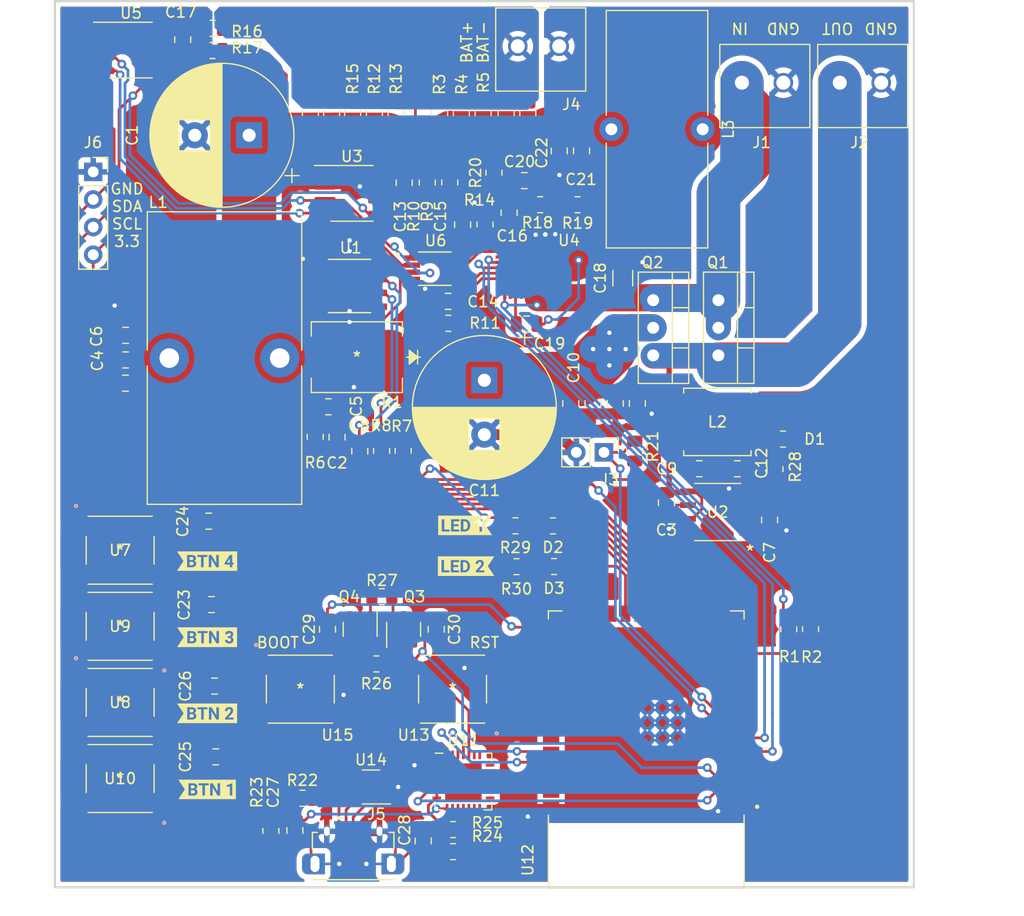
<source format=kicad_pcb>
(kicad_pcb (version 20211014) (generator pcbnew)
  (layers (0 "F.Cu" mixed) (31 "B.Cu" mixed) (34 "B.Paste" user) (35 "F.Paste" user) (36 "B.SilkS" user "B.Silkscreen") (37 "F.SilkS" user "F.Silkscreen") (38 "B.Mask" user) (39 "F.Mask" user) (44 "Edge.Cuts" user))
  (net 0 "")
  (net 1 "Vbatout")
  (net 2 "GND")
  (net 3 "Net-(C2-Pad1)")
  (net 4 "Vout")
  (net 5 "Net-(C5-Pad1)")
  (net 6 "Net-(C7-Pad2)")
  (net 7 "Net-(C8-Pad1)")
  (net 8 "Net-(C9-Pad1)")
  (net 9 "Net-(C9-Pad2)")
  (net 10 "Vbatout12")
  (net 11 "3.3V")
  (net 12 "Net-(C13-Pad1)")
  (net 13 "Net-(C13-Pad2)")
  (net 14 "Net-(C14-Pad1)")
  (net 15 "Net-(C15-Pad2)")
  (net 16 "Net-(C16-Pad2)")
  (net 17 "Net-(C17-Pad1)")
  (net 18 "Net-(C17-Pad2)")
  (net 19 "Vin")
  (net 20 "Net-(C19-Pad1)")
  (net 21 "Net-(C19-Pad2)")
  (net 22 "Net-(C20-Pad1)")
  (net 23 "Net-(C20-Pad2)")
  (net 24 "Vbatin")
  (net 25 "Button2")
  (net 26 "Button3")
  (net 27 "Button0")
  (net 28 "Button1")
  (net 29 "Net-(C27-Pad1)")
  (net 30 "GPIO0")
  (net 31 "CHIP_PU")
  (net 32 "Net-(CR1-Pad2)")
  (net 33 "Net-(D1-Pad2)")
  (net 34 "Led0")
  (net 35 "Net-(D2-Pad2)")
  (net 36 "Led1")
  (net 37 "Net-(D3-Pad2)")
  (net 38 "Setup")
  (net 39 "Vbat+")
  (net 40 "Net-(J5-Pad3)")
  (net 41 "Net-(J5-Pad2)")
  (net 43 "Vbus")
  (net 44 "Net-(Q3-Pad1)")
  (net 45 "RTS")
  (net 46 "Net-(Q4-Pad1)")
  (net 47 "DTR")
  (net 48 "PinCon")
  (net 49 "Net-(R7-Pad2)")
  (net 50 "Net-(R11-Pad1)")
  (net 51 "Net-(R18-Pad2)")
  (net 52 "Net-(R24-Pad2)")
  (net 53 "Net-(R25-Pad2)")
  (net 54 "SDA")
  (net 55 "SCL")
  (net 56 "PinChargerEN")
  (net 57 "PinStateCharger")
  (net 68 "USB_DP")
  (net 69 "USB_DN")
  (net 83 "RXD0")
  (net 84 "TXD0")
  (footprint "Capacitor_SMD:C_0805_2012Metric" (layer "F.Cu") (at 107.95 91 -90)
    (fp_text reference "C10")
    (fp_text value "10μF")
  )
  (footprint "Capacitor_SMD:C_0805_2012Metric" (layer "F.Cu") (at 112.044164 91 -90)
    (fp_text reference "C10" hide)
    (fp_text value "10μF")
  )
  (footprint "kibuzzard-6409D4B5" (layer "F.Cu") (at 74.5 105.5)
    (fp_text reference "kibuzzard-6409D4B5" hide)
    (fp_text value "G***" hide)
  )
  (footprint "Capacitor_SMD:C_0805_2012Metric" (layer "F.Cu") (at 86.455807 94.098581 90)
    (fp_text reference "C2")
    (fp_text value "2.2pF")
  )
  (footprint "Capacitor_SMD:C_0805_2012Metric" (layer "F.Cu") (at 85.574698 111.777301 90)
    (fp_text reference "C29")
    (fp_text value "0.1μF")
  )
  (footprint "Connector_PinHeader_2.54mm:PinHeader_1x02_P2.54mm_Vertical" (layer "F.Cu") (at 111 95.5 -90)
    (fp_text reference "J3")
    (fp_text value "Conn_01x02_Male")
  )
  (footprint "footprints4.0:PTS645SM43SMTR92LFS" (layer "F.Cu") (at 66.5 118.5)
    (fp_text reference "U8")
    (fp_text value "PTS645SM43SMTR92LFS")
  )
  (footprint "Resistor_SMD:R_0805_2012Metric" (layer "F.Cu") (at 75 56.5 180)
    (fp_text reference "R16")
    (fp_text value "10")
  )
  (footprint "footprints4.0:PTS645SM43SMTR92LFS" (layer "F.Cu") (at 66.5 111.5 180)
    (fp_text reference "U9")
    (fp_text value "PTS645SM43SMTR92LFS")
  )
  (footprint "kibuzzard-6409D4BC" (layer "F.Cu") (at 74.5 112.5)
    (fp_text reference "kibuzzard-6409D4BC" hide)
    (fp_text value "G***" hide)
  )
  (footprint "Resistor_SMD:R_0805_2012Metric" (layer "F.Cu") (at 97.129434 130.195129)
    (fp_text reference "R25")
    (fp_text value "1K")
  )
  (footprint "Capacitor_SMD:C_0805_2012Metric" (layer "F.Cu") (at 67.005018 84.737975 180)
    (fp_text reference "C6")
    (fp_text value "1μF")
  )
  (footprint "Resistor_SMD:R_0805_2012Metric" (layer "F.Cu") (at 106.306726 102.264994 180)
    (fp_text reference "D2")
    (fp_text value "LED")
  )
  (footprint "Capacitor_SMD:C_0805_2012Metric" (layer "F.Cu") (at 106.88555 67.778 -90)
    (fp_text reference "C22")
    (fp_text value "22μF")
  )
  (footprint "footprints4.0:PTS645SM43SMTR92LFS" (layer "F.Cu") (at 83.074698 117.277301)
    (fp_text reference "U15")
    (fp_text value "PTS645SM43SMTR92LFS")
  )
  (footprint "Capacitor_SMD:C_0805_2012Metric" (layer "F.Cu") (at 96.666003 81.612944 180)
    (fp_text reference "C14")
    (fp_text value "15nF")
  )
  (footprint "Capacitor_SMD:C_0805_2012Metric" (layer "F.Cu") (at 85.659078 91.306888)
    (fp_text reference "C5")
    (fp_text value "47pF")
  )
  (footprint "Capacitor_SMD:C_0805_2012Metric" (layer "F.Cu") (at 72.258288 57.537186 -90)
    (fp_text reference "C17")
    (fp_text value "1μF")
  )
  (footprint "Capacitor_SMD:C_0805_2012Metric" (layer "F.Cu") (at 75.185777 117 180)
    (fp_text reference "C26")
    (fp_text value "0.1μF")
  )
  (footprint "Capacitor_SMD:C_0805_2012Metric" (layer "F.Cu") (at 126.237679 101.713821 90)
    (fp_text reference "C7")
    (fp_text value "1μF")
  )
  (footprint "Capacitor_SMD:C_0805_2012Metric" (layer "F.Cu") (at 74.644452 101.826999 180)
    (fp_text reference "C24")
    (fp_text value "0.1μF")
  )
  (footprint "Capacitor_SMD:C_0805_2012Metric" (layer "F.Cu") (at 94.372177 131.239377 -90)
    (fp_text reference "C28")
    (fp_text value "10μF")
  )
  (footprint "Package_TO_SOT_THT:TO-220-3_Vertical" (layer "F.Cu") (at 121.52785 81.501 -90)
    (fp_text reference "Q1")
    (fp_text value "IRLZ34N")
  )
  (footprint "footprints3.0:YO0221500000G" (layer "F.Cu") (at 106.884888 58.144395 180)
    (fp_text reference "J4")
    (fp_text value "Screw_Terminal_01x02")
  )
  (footprint "Resistor_SMD:R_0805_2012Metric" (layer "F.Cu") (at 87.88555 64.278 -90)
    (fp_text reference "R15")
    (fp_text value "0.1")
  )
  (footprint "Resistor_SMD:R_0805_2012Metric" (layer "F.Cu") (at 96.820091 70.680181 -90)
    (fp_text reference "R9")
    (fp_text value "10")
  )
  (footprint "Capacitor_SMD:C_0805_2012Metric" (layer "F.Cu") (at 116.746845 100.136517 -90)
    (fp_text reference "C3")
    (fp_text value "10μF")
  )
  (footprint "footprints1.0:SS34-E3&slash_57T" (layer "F.Cu") (at 88.272979 86.742912 180)
    (fp_text reference "CR1")
    (fp_text value "SS34-E3/57T")
  )
  (footprint "Capacitor_SMD:C_1206_3216Metric" (layer "F.Cu") (at 112.732258 79.476611 90)
    (fp_text reference "C18")
    (fp_text value "33μF")
  )
  (footprint "Capacitor_SMD:C_0805_2012Metric" (layer "F.Cu") (at 95.574698 111.777301 -90)
    (fp_text reference "C30")
    (fp_text value "0.1μF")
  )
  (footprint "Capacitor_SMD:C_0805_2012Metric" (layer "F.Cu") (at 67 87 180)
    (fp_text reference "C4")
    (fp_text value "10μF")
  )
  (footprint "Package_TO_SOT_SMD:SOT-23-6" (layer "F.Cu") (at 89.574698 126.277301 180)
    (fp_text reference "U14")
    (fp_text value "USBLC6-2SC6")
  )
  (footprint "Capacitor_SMD:C_0805_2012Metric" (layer "F.Cu") (at 75.298861 123.51017)
    (fp_text reference "C25")
    (fp_text value "0.1μF")
  )
  (footprint "footprints3.0:YO0221500000G" (layer "F.Cu") (at 136.5 61.5 180)
    (fp_text reference "J2")
    (fp_text value "Screw_Terminal_01x02")
  )
  (footprint "Capacitor_THT:CP_Radial_D13.0mm_P5.00mm" (layer "F.Cu") (at 78.366779 66.332454 180)
    (fp_text reference "C1")
    (fp_text value "470μF")
  )
  (footprint "Inductor_THT:L_Toroid_Vertical_L26.7mm_W14.0mm_P10.16mm_Pulse_D" (layer "F.Cu") (at 71.020263 86.827509 90)
    (fp_text reference "L1")
    (fp_text value "6.8μH")
  )
  (footprint "Resistor_SMD:R_0805_2012Metric" (layer "F.Cu") (at 113.831135 95.385983 -90)
    (fp_text reference "R21")
    (fp_text value "10K")
  )
  (footprint "Capacitor_SMD:C_0805_2012Metric" (layer "F.Cu") (at 88.543522 95.390895 -90)
    (fp_text reference "C8")
    (fp_text value "10nF")
  )
  (footprint "Package_TO_SOT_THT:TO-220-3_Vertical" (layer "F.Cu") (at 115.52785 81.501 -90)
    (fp_text reference "Q2")
    (fp_text value "FQP27P06")
  )
  (footprint "Resistor_SMD:R_0805_2012Metric" (layer "F.Cu") (at 104 64.278 90)
    (fp_text reference "R5" hide)
    (fp_text value "0.1")
  )
  (footprint "kibuzzard-6409D47A" (layer "F.Cu") (at 98.324789 105.966139)
    (fp_text reference "kibuzzard-6409D47A" hide)
    (fp_text value "G***" hide)
  )
  (footprint "Resistor_SMD:R_0805_2012Metric" (layer "F.Cu") (at 128 111.772936 -90)
    (fp_text reference "R1")
    (fp_text value "47k")
  )
  (footprint "Resistor_SMD:R_0805_2012Metric" (layer "F.Cu") (at 89.88555 64.278 -90)
    (fp_text reference "R12")
    (fp_text value "0.1")
  )
  (footprint "Capacitor_SMD:C_0805_2012Metric" (layer "F.Cu") (at 66.989606 89.137246 180)
    (fp_text reference "C4" hide)
    (fp_text value "10μF")
  )
  (footprint "Resistor_SMD:R_0805_2012Metric" (layer "F.Cu") (at 97.88555 64.278 90)
    (fp_text reference "R4")
    (fp_text value "0.1")
  )
  (footprint "kibuzzard-6409D4D1" (layer "F.Cu") (at 74.5 126.5)
    (fp_text reference "kibuzzard-6409D4D1" hide)
    (fp_text value "G***" hide)
  )
  (footprint "footprints4.0:PTS645SM43SMTR92LFS" (layer "F.Cu") (at 97.074698 117.277301 180)
    (fp_text reference "U13")
    (fp_text value "PTS645SM43SMTR92LFS")
  )
  (footprint "Kicad:SOIC127P600X175-8N" (layer "F.Cu") (at 87.600923 80.196571)
    (fp_text reference "U1")
    (fp_text value "PAM2421AECADJR")
  )
  (footprint "Resistor_SMD:R_0805_2012Metric" (layer "F.Cu") (at 106.4125 106 180)
    (fp_text reference "D3")
    (fp_text value "LED")
  )
  (footprint "Resistor_SMD:R_0805_2012Metric" (layer "F.Cu") (at 83.267742 127.31155)
    (fp_text reference "R22")
    (fp_text value "22.1K")
  )
  (footprint "Resistor_SMD:R_0805_2012Metric" (layer "F.Cu") (at 102.860425 102.258634)
    (fp_text reference "R29")
    (fp_text value "1K")
  )
  (footprint "Resistor_SMD:R_0805_2012Metric" (layer "F.Cu") (at 97.130414 132.226416)
    (fp_text reference "R24")
    (fp_text value "10K")
  )
  (footprint "Capacitor_SMD:C_0805_2012Metric" (layer "F.Cu") (at 103.88555 83.694769)
    (fp_text reference "C19")
    (fp_text value "0.1μF")
  )
  (footprint "Capacitor_SMD:C_0805_2012Metric" (layer "F.Cu") (at 114.070966 91 -90)
    (fp_text reference "C10" hide)
    (fp_text value "10μF")
  )
  (footprint "Resistor_SMD:R_0805_2012Metric" (layer "F.Cu") (at 90.550193 95.35942 -90)
    (fp_text reference "R8")
    (fp_text value "9.1k")
  )
  (footprint "footprints1.0:FAN23SV10M" (layer "F.Cu") (at 103.88555 78.778)
    (fp_text reference "U4")
    (fp_text value "FAN32SV10MMPX")
  )
  (footprint "Resistor_SMD:R_0805_2012Metric" (layer "F.Cu") (at 74.993082 58.53856 180)
    (fp_text reference "R17")
    (fp_text value "10")
  )
  (footprint "Connector_PinSocket_2.54mm:PinSocket_1x04_P2.54mm_Vertical" (layer "F.Cu") (at 64.025 69.7)
    (fp_text reference "J6")
    (fp_text value "Conn_01x04_Male")
  )
  (footprint "Capacitor_SMD:C_0805_2012Metric" (layer "F.Cu") (at 123.267095 97.008063 180)
    (fp_text reference "C12")
    (fp_text value "22μF")
  )
  (footprint "Resistor_SMD:R_0805_2012Metric" (layer "F.Cu") (at 94.745316 70.690297 -90)
    (fp_text reference "R10")
    (fp_text value "10")
  )
  (footprint "Capacitor_SMD:C_0805_2012Metric" (layer "F.Cu") (at 92.627288 70.690297 -90)
    (fp_text reference "C13")
    (fp_text value "1μF")
  )
  (footprint "Resistor_SMD:R_0805_2012Metric" (layer "F.Cu") (at 100.88555 69.778 -90)
    (fp_text reference "R20")
    (fp_text value "10K")
  )
  (footprint "Resistor_SMD:R_0805_2012Metric" (layer "F.Cu") (at 127.47305 94.278 180)
    (fp_text reference "D1")
    (fp_text value "LED")
  )
  (footprint "Resistor_SMD:R_0805_2012Metric" (layer "F.Cu") (at 126.726439 97.050415 90)
    (fp_text reference "R28")
    (fp_text value "1K")
  )
  (footprint "Package_DFN_QFN:QFN-28-1EP_5x5mm_P0.5mm_EP3.35x3.35mm" (layer "F.Cu") (at 98.074698 125.777301)
    (fp_text reference "U11")
    (fp_text value "CP2102N-Axx-xQFN28")
  )
  (footprint "Kicad:SOP65P490X110-8N" (layer "F.Cu") (at 95.443644 78.605298)
    (fp_text reference "U6")
    (fp_text value "MCP4531-103E/MS")
  )
  (footprint "kibuzzard-6409D460" (layer "F.Cu") (at 98.231923 102.215439)
    (fp_text reference "kibuzzard-6409D460" hide)
    (fp_text value "G***" hide)
  )
  (footprint "Resistor_SMD:R_0805_2012Metric" (layer "F.Cu") (at 80.365043 130.322246 -90)
    (fp_text reference "R23")
    (fp_text value "47.5K")
  )
  (footprint "Resistor_SMD:R_0805_2012Metric" (layer "F.Cu") (at 92.531482 95.35942 -90)
    (fp_text reference "R7")
    (fp_text value "82k")
  )
  (footprint "Resistor_SMD:R_0805_2012Metric" (layer "F.Cu") (at 102.953171 106.012908)
    (fp_text reference "R30")
    (fp_text value "1K")
  )
  (footprint "Package_TO_SOT_SMD:SOT-23" (layer "F.Cu") (at 92.574698 111.777301 90)
    (fp_text reference "Q3")
    (fp_text value "BC818")
  )
  (footprint "Capacitor_SMD:C_0805_2012Metric" (layer "F.Cu") (at 108.937302 67.778 90)
    (fp_text reference "C21")
    (fp_text value "0.1μF")
  )
  (footprint "Capacitor_SMD:C_0805_2012Metric" (layer "F.Cu") (at 82.574698 130.277301 -90)
    (fp_text reference "C27")
    (fp_text value "1μF")
  )
  (footprint "Resistor_SMD:R_0805_2012Metric" (layer "F.Cu") (at 130 111.772936 90)
    (fp_text reference "R2")
    (fp_text value "18k")
  )
  (footprint "footprints2.0:L6981C33DR" (layer "F.Cu") (at 121.453745 100.987936 180)
    (fp_text reference "U2")
    (fp_text value "L6981C33DR")
  )
  (footprint "Inductor_THT:L_Toroid_Vertical_L21.6mm_W9.1mm_P8.40mm_Bourns_5700" (layer "F.Cu") (at 120.08055 65.778 -90)
    (fp_text reference "L3")
    (fp_text value "49μH")
  )
  (footprint "footprints3.0:YO0221500000G" (layer "F.Cu") (at 127.5 61.5 180)
    (fp_text reference "J1")
    (fp_text value "Screw_Terminal_01x02")
  )
  (footprint "Capacitor_SMD:C_0805_2012Metric" (layer "F.Cu") (at 74.898415 109.5)
    (fp_text reference "C23")
    (fp_text value "0.1μF")
  )
  (footprint "Resistor_SMD:R_0805_2012Metric" (layer "F.Cu") (at 100.062733 74.541974 90)
    (fp_text reference "R14")
    (fp_text value "10")
  )
  (footprint "kibuzzard-6409D4C2" (layer "F.Cu") (at 74.5 119.5)
    (fp_text reference "kibuzzard-6409D4C2" hide)
    (fp_text value "G***" hide)
  )
  (footprint "Kicad:XCVR_ESP32S3WROOM1N8R8" (layer "F.Cu") (at 114.888632 122.835091 180)
    (fp_text reference "U12")
    (fp_text value "ESP32-S3-WROOM-1-N8R8")
  )
  (footprint "Capacitor_SMD:C_0805_2012Metric" (layer "F.Cu") (at 103.676866 70.505983 180)
    (fp_text reference "C20")
    (fp_text value "100pF")
  )
  (footprint "Resistor_SMD:R_0805_2012Metric" (layer "F.Cu") (at 95.88555 64.278 90)
    (fp_text reference "R3")
    (fp_text value "0.1")
  )
  (footprint "footprints4.0:PTS645SM43SMTR92LFS" (layer "F.Cu") (at 66.5 104.5)
    (fp_text reference "U7")
    (fp_text value "PTS645SM43SMTR92LFS")
  )
  (footprint "Capacitor_SMD:C_0805_2012Metric" (layer "F.Cu") (at 119.767095 97.008063 180)
    (fp_text reference "C9")
    (fp_text value "0.1μF")
  )
  (footprint "Resistor_SMD:R_0805_2012Metric" (layer "F.Cu") (at 99.88555 64.278 90)
    (fp_text reference "R5")
    (fp_text value "0.1")
  )
  (footprint "Resistor_SMD:R_0805_2012Metric" (layer "F.Cu") (at 102 64.278 90)
    (fp_text reference "R5" hide)
    (fp_text value "0.1")
  )
  (footprint "Package_TO_SOT_SMD:SOT-23" (layer "F.Cu") (at 88.574698 111.777301 -90)
    (fp_text reference "Q4")
    (fp_text value "BC818")
  )
  (footprint "Capacitor_SMD:C_0805_2012Metric" (layer "F.Cu") (at 110 91 -90)
    (fp_text reference "C10" hide)
    (fp_text value "10μF")
  )
  (footprint "Resistor_SMD:R_0805_2012Metric" (layer "F.Cu") (at 91.88555 64.278 -90)
    (fp_text reference "R13")
    (fp_text value "0.1")
  )
  (footprint "Capacitor_SMD:C_0805_2012Metric" (layer "F.Cu") (at 97.998662 74.56878 -90)
    (fp_text reference "C15")
    (fp_text value "0.1μF")
  )
  (footprint "Resistor_SMD:R_0805_2012Metric" (layer "F.Cu") (at 90.074698 114.959967)
    (fp_text reference "R26")
    (fp_text value "10K")
  )
  (footprint "Resistor_SMD:R_0805_2012Metric" (layer "F.Cu") (at 85.951806 64.278 -90)
    (fp_text reference "R15" hide)
    (fp_text value "0.1")
  )
  (footprint "Package_SO:SOIC-8_3.9x4.9mm_P1.27mm" (layer "F.Cu") (at 67.5 58.5)
    (fp_text reference "U5")
    (fp_text value "INA219AxD")
  )
  (footprint "Resistor_SMD:R_0805_2012Metric" (layer "F.Cu") (at 84.439319 94.074982 -90)
    (fp_text reference "R6")
    (fp_text value "51k")
  )
  (footprint "Resistor_SMD:R_0805_2012Metric" (layer "F.Cu") (at 108.578499 72.72348)
    (fp_text reference "R19")
    (fp_text value "3.9k")
  )
  (footprint "Inductor_SMD:L_Bourns_SRN6045TA" (layer "F.Cu") (at 121.432388 92.69723)
    (fp_text reference "L2")
    (fp_text value "33μH")
  )
  (footprint "Resistor_SMD:R_0805_2012Metric" (layer "F.Cu") (at 96.690524 83.630434 180)
    (fp_text reference "R11")
    (fp_text value "150k")
  )
  (footprint "Resistor_SMD:R_0805_2012Metric" (layer "F.Cu") (at 84 64.278 -90)
    (fp_text reference "R15" hide)
    (fp_text value "0.1")
  )
  (footprint "Resistor_SMD:R_0805_2012Metric" (layer "F.Cu") (at 105.132218 72.72348 180)
    (fp_text reference "R18")
    (fp_text value "1.5k")
  )
  (footprint "footprints4.0:PTS645SM43SMTR92LFS" (layer "F.Cu") (at 66.5 125.5 180)
    (fp_text reference "U10")
    (fp_text value "PTS645SM43SMTR92LFS")
  )
  (footprint "Resistor_SMD:R_0805_2012Metric" (layer "F.Cu") (at 90.574698 108.777301 180)
    (fp_text reference "R27")
    (fp_text value "10K")
  )
  (footprint "Kicad:HRS_ZX62D-B-5P8" (layer "F.Cu") (at 87.934698 133.277301)
    (fp_text reference "J5")
    (fp_text value "ZX62D-B-5P8")
  )
  (footprint "Capacitor_SMD:C_0805_2012Metric" (layer "F.Cu") (at 102.274238 73.469729 -90)
    (fp_text reference "C16")
    (fp_text value "2.2μF")
  )
  (footprint "Package_SO:SOIC-8_3.9x4.9mm_P1.27mm" (layer "F.Cu") (at 87.818992 71.67713)
    (fp_text reference "U3")
    (fp_text value "INA219AxD")
  )
  (footprint "Capacitor_THT:CP_Radial_D13.0mm_P5.00mm" (layer "F.Cu") (at 100 88.86957 -90)
    (fp_text reference "C11")
    (fp_text value "470μF")
  )
  (gr_rect (start 60.5 54) (end 139.5 135.5) (layer "Edge.Cuts") (width 0.2) (fill none))
  (gr_text "BAT-" (at 99.88555 57.778 90) (layer "F.SilkS") (effects (font (size 1 1))))
  (gr_text "GND" (at 136.5 56.5 180) (layer "F.SilkS") (effects (font (size 1 1))))
  (gr_text "BOOT" (at 81 113) (layer "F.SilkS") (effects (font (size 1 1))))
  (gr_text "BAT+" (at 98.38555 57.778 90) (layer "F.SilkS") (effects (font (size 1 1))))
  (gr_text "RST" (at 100 113) (layer "F.SilkS") (effects (font (size 1 1))))
  (gr_text "GND\nSDA\nSCL\n3.3" (at 67.138259 73.682188) (layer "F.SilkS") (effects (font (size 1 1))))
  (gr_text "GND" (at 127.5 56.5 180) (layer "F.SilkS") (effects (font (size 1 1))))
  (gr_text "OUT" (at 132.5 56.5 180) (layer "F.SilkS") (effects (font (size 1 1))))
  (gr_text "IN" (at 123.5 56.5 180) (layer "F.SilkS") (effects (font (size 1 1))))
  (segment (start 88.746846 66.753154) (end 86.246846 66.753154) (width 5) (layer "F.Cu") (net 1))
  (segment (start 75.944142 58.5) (end 75.905582 58.53856) (width 0.25) (layer "F.Cu") (net 1))
  (segment (start 79.5 58.5) (end 75.944142 58.5) (width 0.25) (layer "F.Cu") (net 1))
  (segment (start 80.929907 65.775616) (end 81.791132 64.914391) (width 0.25) (layer "F.Cu") (net 1))
  (segment (start 78.366779 66.332454) (end 78.360421 66.338812) (width 2.5) (layer "F.Cu") (net 1))
  (segment (start 81.907445 66.753154) (end 78.787479 66.753154) (width 5) (layer "F.Cu") (net 1))
  (segment (start 91 66.753154) (end 88.746846 66.753154) (width 5) (layer "F.Cu") (net 1))
  (segment (start 69.5 85.307246) (end 69.5 88.5) (width 5) (layer "F.Cu") (net 1))
  (segment (start 71.020263 86.827509) (end 69.5 85.307246) (width 5) (layer "F.Cu") (net 1))
  (segment (start 86.246846 66.753154) (end 84.246846 66.753154) (width 5) (layer "F.Cu") (net 1))
  (segment (start 81.791132 64.914391) (end 81.791132 60.791132) (width 0.25) (layer "F.Cu") (net 1))
  (segment (start 81.791132 60.791132) (end 79.5 58.5) (width 0.25) (layer "F.Cu") (net 1))
  (segment (start 78.360421 79.487351) (end 79.083908 80.210838) (width 2.5) (layer "F.Cu") (net 1))
  (segment (start 79.083908 80.210838) (end 84.846993 80.210838) (width 2.5) (layer "F.Cu") (net 1))
  (segment (start 78.360421 79.487351) (end 71.020263 86.827509) (width 5) (layer "F.Cu") (net 1))
  (segment (start 84.246846 66.753154) (end 81.907445 66.753154) (width 5) (layer "F.Cu") (net 1))
  (segment (start 78.360421 66.338812) (end 78.360421 79.487351) (width 5) (layer "F.Cu") (net 1))
  (segment (start 67.955018 89.121834) (end 67.939606 89.137246) (width 0.25) (layer "F.Cu") (net 1))
  (segment (start 86.455807 93.148581) (end 86.455807 91.460159) (width 0.25) (layer "F.Cu") (net 2))
  (segment (start 117.785983 118.984335) (end 116.385983 118.984335) (width 0.25) (layer "F.Cu") (net 2))
  (segment (start 90.550193 96.27192) (end 88.612497 96.27192) (width 0.25) (layer "F.Cu") (net 2))
  (segment (start 117.785983 118.984335) (end 117.785983 120.384335) (width 0.25) (layer "F.Cu") (net 2))
  (segment (start 95.055555 77.630298) (end 96.181802 78.756545) (width 0.25) (layer "F.Cu") (net 2))
  (segment (start 65.439851 103.060149) (end 65.5 103.120297) (width 0.25) (layer "F.Cu") (net 2))
  (segment (start 106.138632 128.095091) (end 104.904909 128.095091) (width 0.25) (layer "F.Cu") (net 2))
  (segment (start 96.580298 79.580298) (end 97.548644 79.580298) (width 0.25) (layer "F.Cu") (net 2))
  (segment (start 106.88555 68.728) (end 106.88555 69.778) (width 0.25) (layer "F.Cu") (net 2))
  (segment (start 68.635 59.135) (end 69.975 59.135) (width 0.25) (layer "F.Cu") (net 2))
  (segment (start 107.95 91.95) (end 107.05 91.95) (width 1) (layer "F.Cu") (net 2))
  (segment (start 116.746845 100.661607) (end 117.055516 100.352936) (width 0.25) (layer "F.Cu") (net 2))
  (segment (start 80.365043 131.234746) (end 82.567253 131.234746) (width 0.25) (layer "F.Cu") (net 2))
  (segment (start 122.502017 97.506435) (end 122.452017 97.506435) (width 0.25) (layer "F.Cu") (net 2))
  (segment (start 89.234698 130.677301) (end 90.034698 130.677301) (width 0.25) (layer "F.Cu") (net 2))
  (segment (start 117.338518 102.892936) (end 118.729595 102.892936) (width 0.25) (layer "F.Cu") (net 2))
  (segment (start 127.769625 102.663821) (end 127.78516 102.679356) (width 0.25) (layer "F.Cu") (net 2))
  (segment (start 67.5 58) (end 68.635 59.135) (width 0.25) (layer "F.Cu") (net 2))
  (segment (start 106.82957 93.86957) (end 108.46 95.5) (width 1) (layer "F.Cu") (net 2))
  (segment (start 87.60674 77) (end 86.315169 78.291571) (width 0.25) (layer "F.Cu") (net 2))
  (segment (start 117.785983 121.784335) (end 117.785983 118.984335) (width 0.25) (layer "F.Cu") (net 2))
  (segment (start 94.55153 80.44847) (end 95.716003 81.612944) (width 0.25) (layer "F.Cu") (net 2))
  (segment (start 66.039606 82.039606) (end 66 82) (width 0.25) (layer "F.Cu") (net 2))
  (segment (start 85.574698 112.727301) (end 85.574698 118.052304) (width 0.25) (layer "F.Cu") (net 2))
  (segment (start 97.574698 125.277301) (end 98.074698 125.777301) (width 0.25) (layer "F.Cu") (net 2))
  (segment (start 84.999698 130.352301) (end 85.509698 130.352301) (width 0.25) (layer "F.Cu") (net 2))
  (segment (start 95.716003 81.612944) (end 95.716003 83.568413) (width 0.25) (layer "F.Cu") (net 2))
  (segment (start 86.315169 78.291571) (end 84.975923 78.291571) (width 0.25) (layer "F.Cu") (net 2))
  (segment (start 116.746845 102.301263) (end 116.746845 100.661607) (width 0.25) (layer "F.Cu") (net 2))
  (segment (start 123.638632 128.095091) (end 121.904909 128.095091) (width 0.25) (layer "F.Cu") (net 2))
  (segment (start 94.576478 125.277301) (end 95.624698 125.277301) (width 0.25) (layer "F.Cu") (net 2))
  (segment (start 115.387363 91.943143) (end 115.380506 91.95) (width 1) (layer "F.Cu") (net 2))
  (segment (start 93.683357 79.580298) (end 94.55153 80.44847) (width 0.25) (layer "F.Cu") (net 2))
  (segment (start 95.624698 125.277301) (end 97.574698 125.277301) (width 0.25) (layer "F.Cu") (net 2))
  (segment (start 91.999698 133.352301) (end 93.162622 132.189377) (width 0.25) (layer "F.Cu") (net 2))
  (segment (start 121.904909 128.095091) (end 121.5 128.5) (width 0.25) (layer "F.Cu") (net 2))
  (segment (start 106.88555 69.778) (end 106.88555 69.973298) (width 0.25) (layer "F.Cu") (net 2))
  (segment (start 116.972791 102.527209) (end 116.746845 102.301263) (width 0.25) (layer "F.Cu") (net 2))
  (segment (start 91.809698 132.989801) (end 91.447198 133.352301) (width 0.25) (layer "F.Cu") (net 2))
  (segment (start 101.049696 118.202299) (end 101.049696 119.527302) (width 0.25) (layer "F.Cu") (net 2))
  (segment (start 95.716003 83.568413) (end 95.778024 83.630434) (width 0.25) (layer "F.Cu") (net 2))
  (segment (start 65.55 124.95) (end 65.5 125) (width 0.25) (layer "F.Cu") (net 2))
  (segment (start 66.095 56.595) (end 67.5 58) (width 0.25) (layer "F.Cu") (net 2))
  (segment (start 89.81213 72.31213) (end 90.293992 72.31213) (width 0.25) (layer "F.Cu") (net 2))
  (segment (start 93.575588 124.276411) (end 92.576478 123.277301) (width 0.25) (layer "F.Cu") (net 2))
  (segment (start 97.548644 79.580298) (end 97.548644 79.780303) (width 0.25) (layer "F.Cu") (net 2))
  (segment (start 96.181802 78.756545) (end 96.181802 79.181802) (width 0.25) (layer "F.Cu") (net 2))
  (segment (start 87.60674 76) (end 87.60674 77) (width 2.5) (layer "F.Cu") (net 2))
  (segment (start 87.049696 117.802303) (end 87.049696 119.527302) (width 0.25) (layer "F.Cu") (net 2))
  (segment (start 105.13043 93.86957) (end 100 93.86957) (width 1) (layer "F.Cu") (net 2))
  (segment (start 82.567253 131.234746) (end 82.574698 131.227301) (width 0.25) (layer "F.Cu") (net 2))
  (segment (start 112.078657 77.778) (end 112.071807 77.77115) (width 0.25) (layer "F.Cu") (net 2))
  (segment (start 91.447198 133.352301) (end 91.999698 133.352301) (width 0.25) (layer "F.Cu") (net 2))
  (segment (start 92.074698 126.277301) (end 90.712198 126.277301) (width 0.25) (layer "F.Cu") (net 2))
  (segment (start 85.574698 118.052304) (end 87.049696 119.527302) (width 0.25) (layer "F.Cu") (net 2))
  (segment (start 116.972791 102.527209) (end 117.338518 102.892936) (width 0.25) (layer "F.Cu") (net 2))
  (segment (start 106.88555 69.973298) (end 106.904653 69.992401) (width 0.25) (layer "F.Cu") (net 2))
  (segment (start 87.600923 83.508537) (end 87.600923 82.5) (width 2.5) (layer "F.Cu") (net 2))
  (segment (start 84.059698 132.989801) (end 84.059698 131.292301) (width 0.25) (layer "F.Cu") (net 2))
  (segment (start 105.13043 93.86957) (end 106.82957 93.86957) (width 1) (layer "F.Cu") (net 2))
  (segment (start 97.998662 73.61878) (end 99.097713 72.519729) (width 0.25) (layer "F.Cu") (net 2))
  (segment (start 84.024698 131.227301) (end 84.074698 131.277301) (width 0.25) (layer "F.Cu") (net 2))
  (segment (start 96.180875 132.189377) (end 96.217914 132.226416) (width 0.25) (layer "F.Cu") (net 2))
  (segment (start 84.059698 131.292301) (end 84.074698 131.277301) (width 0.25) (layer "F.Cu") (net 2))
  (segment (start 65.025 56.595) (end 65.021189 56.591189) (width 0.25) (layer "F.Cu") (net 2))
  (segment (start 93.162622 132.189377) (end 94.372177 132.189377) (width 0.25) (layer "F.Cu") (net 2))
  (segment (start 87.60674 80.190754) (end 87.600923 80.196571) (width 2.5) (layer "F.Cu") (net 2))
  (segment (start 95.574698 112.727301) (end 101.049696 118.202299) (width 0.25) (layer "F.Cu") (net 2))
  (segment (start 87.600923 82.5) (end 87.999352 82.101571) (width 0.25) (layer "F.Cu") (net 2))
  (segment (start 114.985983 121.784335) (end 117.785983 121.784335) (width 0.25) (layer "F.Cu") (net 2))
  (segment (start 117.055516 100.352936) (end 118.729595 100.352936) (width 0.25) (layer "F.Cu") (net 2))
  (segment (start 88.551133 71.051133) (end 89.81213 72.31213) (width 0.25) (layer "F.Cu") (net 2))
  (segment (start 126.237679 102.663821) (end 127.769625 102.663821) (width 0.25) (layer "F.Cu") (net 2))
  (segment (start 94.372177 132.189377) (end 96.180875 132.189377) (width 0.25) (layer "F.Cu") (net 2))
  (segment (start 65.025 56.595) (end 66.095 56.595) (width 0.25) (layer "F.Cu") (net 2))
  (segment (start 114.546001 78.008461) (end 112.739108 78.008461) (width 0.25) (layer "F.Cu") (net 2))
  (segment (start 90.359698 130.352301) (end 90.872198 130.352301) (width 0.25) (layer "F.Cu") (net 2))
  (segment (start 82.574698 131.227301) (end 84.024698 131.227301) (width 0.25) (layer "F.Cu") (net 2))
  (segment (start 87.999352 82.101571) (end 90.225923 82.101571) (width 0.25) (layer "F.Cu") (net 2))
  (segment (start 97.548644 79.780303) (end 95.716003 81.612944) (width 0.25) (layer "F.Cu") (net 2))
  (segment (start 114.985983 118.984335) (end 114.985983 121.784335) (width 0.25) (layer "F.Cu") (net 2))
  (segment (start 66.039606 89.137246) (end 66.039606 82.039606) (width 0.25) (layer "F.Cu") (net 2))
  (segment (start 88 89.5) (end 88 89.915966) (width 0.25) (layer "F.Cu") (net 2))
  (segment (start 117.785983 118.984335) (end 114.985983 118.984335) (width 0.25) (layer "F.Cu") (net 2))
  (segment (start 65.5 106.95) (end 65.55 107) (width 0.25) (layer "F.Cu") (net 2))
  (segment (start 91.809698 131.289801) (end 91.809698 132.989801) (width 0.25) (layer "F.Cu") (net 2))
  (segment (start 117.785983 120.384335) (end 114.985983 120.384335) (width 0.25) (layer "F.Cu") (net 2))
  (segment (start 84.422198 133.352301) (end 84.059698 132.989801) (width 0.25) (layer "F.Cu") (net 2))
  (segment (start 88.612497 96.27192) (end 88.543522 96.340895) (width 0.25) (layer "F.Cu") (net 2))
  (segment (start 87.600923 80.196571) (end 87.600923 82.5) (width 2.5) (layer "F.Cu") (net 2))
  (segment (start 88.551133 71.051133) (end 88.54213 71.04213) (width 0.25) (layer "F.Cu") (net 2))
  (segment (start 92.576478 123.277301) (end 90.799695 123.277301) (width 0.25) (layer "F.Cu") (net 2))
  (segment (start 93.338644 77.630298) (end 95.055555 77.630298) (width 0.25) (layer "F.Cu") (net 2))
  (segment (start 84.074698 131.277301) (end 84.999698 130.352301) (width 0.25) (layer "F.Cu") (net 2))
  (segment (start 115.380506 91.95) (end 112.044164 91.95) (width 1) (layer "F.Cu") (net 2))
  (segment (start 116.385983 118.984335) (end 116.385983 121.784335) (width 0.25) (layer "F.Cu") (net 2))
  (segment (start 99.097713 72.519729) (end 102.274238 72.519729) (width 0.25) (layer "F.Cu") (net 2))
  (segment (start 104.904909 128.095091) (end 104 129) (width 0.25) (layer "F.Cu") (net 2))
  (segment (start 107.95 91.95) (end 112.044164 91.95) (width 1) (layer "F.Cu") (net 2))
  (segment (start 96.181802 79.181802) (end 96.580298 79.580298) (width 0.25) (layer "F.Cu") (net 2))
  (segment (start 93.338644 79.580298) (end 93.683357 79.580298) (width 0.25) (layer "F.Cu") (net 2))
  (segment (start 93.575588 124.276411) (end 94.576478 125.277301) (width 0.25) (layer "F.Cu") (net 2))
  (segment (start 87.60674 77) (end 87.60674 80.190754) (width 2.5) (layer "F.Cu") (net 2))
  (segment (start 88.54213 71.04213) (end 85.343992 71.04213) (width 0.25) (layer "F.Cu") (net 2))
  (segment (start 90.872198 130.352301) (end 91.809698 131.289801) (width 0.25) (layer "F.Cu") (net 2))
  (segment (start 86.455807 91.460159) (end 86.609078 91.306888) (width 0.25) (layer "F.Cu") (net 2))
  (segment (start 88 89.915966) (end 86.609078 91.306888) (width 0.25) (layer "F.Cu") (net 2))
  (segment (start 107.05 91.95) (end 105.13043 93.86957) (width 1) (layer "F.Cu") (net 2))
  (segment (start 90.799695 123.277301) (end 87.049696 119.527302) (width 0.25) (layer "F.Cu") (net 2))
  (segment (start 90.034698 130.677301) (end 90.359698 130.352301) (width 0.25) (layer "F.Cu") (net 2))
  (segment (start 122.502017 98.828) (end 122.502017 97.506435) (width 0.25) (layer "F.Cu") (net 2))
  (via (at 114.546001 78.008461) (size 0.8) (drill 0.4) (layers "F.Cu" "B.Cu") (net 2))
  (via (at 88 89.5) (size 0.8) (drill 0.4) (layers "F.Cu" "B.Cu") (net 2))
  (via (at 87.600923 83.508537) (size 0.8) (drill 0.4) (layers "F.Cu" "B.Cu") (net 2))
  (via (at 104 129) (size 0.8) (drill 0.4) (layers "F.Cu" "B.Cu") (net 2))
  (via (at 116.972791 102.527209) (size 0.8) (drill 0.4) (layers "F.Cu" "B.Cu") (net 2))
  (via (at 88.551133 71.051133) (size 0.8) (drill 0.4) (layers "F.Cu" "B.Cu") (net 2))
  (via (at 127.78516 102.679356) (size 0.8) (drill 0.4) (layers "F.Cu" "B.Cu") (net 2))
  (via (at 104.714329 75.483772) (size 0.8) (drill 0.4) (layers "F.Cu" "B.Cu") (net 2))
  (via (at 99.097713 72.519729) (size 0.8) (drill 0.4) (layers "F.Cu" "B.Cu") (net 2))
  (via (at 94.55153 80.44847) (size 0.8) (drill 0.4) (layers "F.Cu" "B.Cu") (net 2))
  (via (at 87.60674 76) (size 0.8) (drill 0.4) (layers "F.Cu" "B.Cu") (net 2))
  (via (at 122.502017 98.828) (size 0.8) (drill 0.4) (layers "F.Cu" "B.Cu") (net 2))
  (via (at 106.904653 69.992401) (size 0.8) (drill 0.4) (layers "F.Cu" "B.Cu") (net 2))
  (via (at 66 82) (size 0.8) (drill 0.4) (layers "F.Cu" "B.Cu") (net 2))
  (via (at 105.608391 75.459278) (size 0.8) (drill 0.4) (layers "F.Cu" "B.Cu") (net 2))
  (via (at 87.60674 77) (size 0.8) (drill 0.4) (layers "F.Cu" "B.Cu") (net 2))
  (via (at 89.149698 133.352301) (size 0.8) (drill 0.4) (layers "F.Cu" "B.Cu") (net 2))
  (via (at 87.600923 82.5) (size 0.8) (drill 0.4) (layers "F.Cu" "B.Cu") (net 2))
  (via (at 115.387363 91.943143) (size 0.8) (drill 0.4) (layers "F.Cu" "B.Cu") (net 2))
  (via (at 98.173699 115.326301) (size 0.8) (drill 0.4) (layers "F.Cu" "B.Cu") (net 2))
  (via (at 121.5 128.5) (size 0.8) (drill 0.4) (layers "F.Cu" "B.Cu") (net 2))
  (via (at 106.520823 75.434783) (size 0.8) (drill 0.4) (layers "F.Cu" "B.Cu") (net 2))
  (via (at 87.049696 117.802303) (size 0.8) (drill 0.4) (layers "F.Cu" "B.Cu") (net 2))
  (via (at 93.575588 124.276411) (size 0.8) (drill 0.4) (layers "F.Cu" "B.Cu") (net 2))
  (via (at 105.608391 75.459278) (size 0.8) (drill 0.4) (layers "F.Cu" "B.Cu") (net 2))
  (via (at 92.074698 126.277301) (size 0.8) (drill 0.4) (layers "F.Cu" "B.Cu") (net 2))
  (via (at 86.649698 133.352301) (size 0.8) (drill 0.4) (layers "F.Cu" "B.Cu") (net 2))
  (via (at 105.608391 75.459278) (size 0.8) (drill 0.4) (layers "F.Cu" "B.Cu") (net 2))
  (segment (start 91.447198 133.352301) (end 89.149698 133.352301) (width 0.25) (layer "B.Cu") (net 2))
  (segment (start 86.649698 133.352301) (end 84.422198 133.352301) (width 0.25) (layer "B.Cu") (net 2))
  (segment (start 89.149698 133.352301) (end 86.649698 133.352301) (width 0.25) (layer "B.Cu") (net 2))
  (segment (start 86.455807 95.048581) (end 84.500418 95.048581) (width 0.25) (layer "F.Cu") (net 3))
  (segment (start 84.500418 95.048581) (end 84.439319 94.987482) (width 0.25) (layer "F.Cu") (net 3))
  (segment (start 118.626014 99.186517) (end 118.729595 99.082936) (width 0.5) (layer "F.Cu") (net 4))
  (segment (start 132.689999 61.5) (end 132.689999 83.51385) (width 4) (layer "F.Cu") (net 4))
  (segment (start 117 86.957184) (end 117 98.933362) (width 0.5) (layer "F.Cu") (net 4))
  (segment (start 116.746845 99.186517) (end 118.626014 99.186517) (width 0.5) (layer "F.Cu") (net 4))
  (segment (start 121.46785 86.641) (end 115.52785 86.641) (width 2.3) (layer "F.Cu") (net 4))
  (segment (start 119.37839 99.082936) (end 118.729595 99.082936) (width 0.25) (layer "F.Cu") (net 4))
  (segment (start 120 100.729481) (end 120 99.704546) (width 0.25) (layer "F.Cu") (net 4))
  (segment (start 117 98.933362) (end 116.746845 99.186517) (width 0.5) (layer "F.Cu") (net 4))
  (segment (start 118.729595 101.622936) (end 119.106545 101.622936) (width 0.25) (layer "F.Cu") (net 4))
  (segment (start 119.106545 101.622936) (end 120 100.729481) (width 0.25) (layer "F.Cu") (net 4))
  (segment (start 116.452017 99.056435) (end 116.508452 99) (width 0.25) (layer "F.Cu") (net 4))
  (segment (start 120 99.704546) (end 119.37839 99.082936) (width 0.25) (layer "F.Cu") (net 4))
  (segment (start 128.812849 87.391) (end 121.52785 87.391) (width 4) (layer "F.Cu") (net 4))
  (segment (start 121.52785 86.581) (end 121.46785 86.641) (width 2.3) (layer "F.Cu") (net 4))
  (segment (start 132.689999 83.51385) (end 128.812849 87.391) (width 4) (layer "F.Cu") (net 4))
  (segment (start 115.52785 86.581) (end 121.52785 86.581) (width 2.3) (layer "B.Cu") (net 4))
  (segment (start 128.712849 87.491) (end 121.52785 87.491) (width 4) (layer "B.Cu") (net 4))
  (segment (start 132.689999 83.51385) (end 128.712849 87.491) (width 4) (layer "B.Cu") (net 4))
  (segment (start 132.689999 61.5) (end 132.689999 83.51385) (width 4) (layer "B.Cu") (net 4))
  (segment (start 77.5 88) (end 80.806888 91.306888) (width 0.25) (layer "F.Cu") (net 5))
  (segment (start 84.975923 82.101571) (end 80.898429 82.101571) (width 0.25) (layer "F.Cu") (net 5))
  (segment (start 77.5 85.5) (end 77.5 88) (width 0.25) (layer "F.Cu") (net 5))
  (segment (start 80.806888 91.306888) (end 84.709078 91.306888) (width 0.25) (layer "F.Cu") (net 5))
  (segment (start 84.709078 92.892723) (end 84.439319 93.162482) (width 0.25) (layer "F.Cu") (net 5))
  (segment (start 84.709078 91.306888) (end 84.709078 92.892723) (width 0.25) (layer "F.Cu") (net 5))
  (segment (start 80.898429 82.101571) (end 77.5 85.5) (width 0.25) (layer "F.Cu") (net 5))
  (segment (start 125.817329 100.39925) (end 126.172603 100.754524) (width 0.25) (layer "F.Cu") (net 6))
  (segment (start 124.107803 100.39925) (end 125.817329 100.39925) (width 0.25) (layer "F.Cu") (net 6))
  (segment (start 90.895232 79.561571) (end 90.225923 79.561571) (width 0.25) (layer "F.Cu") (net 7))
  (segment (start 91.539144 80.205483) (end 90.895232 79.561571) (width 0.25) (layer "F.Cu") (net 7))
  (segment (start 88.5 94.397373) (end 88.543522 94.440895) (width 0.25) (layer "F.Cu") (net 7))
  (segment (start 88.5 93) (end 88.5 94.397373) (width 0.25) (layer "F.Cu") (net 7))
  (via (at 91.539144 80.205483) (size 0.8) (drill 0.4) (layers "F.Cu" "B.Cu") (net 7))
  (via (at 88.5 93) (size 0.8) (drill 0.4) (layers "F.Cu" "B.Cu") (net 7))
  (segment (start 91.539144 80.205483) (end 92.230103 80.896442) (width 0.25) (layer "B.Cu") (net 7))
  (segment (start 91.95 90.55) (end 89.5 93) (width 0.25) (layer "B.Cu") (net 7))
  (segment (start 89.5 93) (end 88.5 93) (width 0.25) (layer "B.Cu") (net 7))
  (segment (start 92.230103 80.896442) (end 92.230103 81.735799) (width 0.25) (layer "B.Cu") (net 7))
  (segment (start 91.95 82.015902) (end 91.95 90.55) (width 0.25) (layer "B.Cu") (net 7))
  (segment (start 92.230103 81.735799) (end 91.95 82.015902) (width 0.25) (layer "B.Cu") (net 7))
  (segment (start 122.373151 100.801969) (end 122.370215 100.801969) (width 0.25) (layer "F.Cu") (net 8))
  (segment (start 124.177895 101.622936) (end 123.194118 101.622936) (width 0.25) (layer "F.Cu") (net 8))
  (segment (start 122.370215 100.801969) (end 120.902017 99.333771) (width 0.25) (layer "F.Cu") (net 8))
  (segment (start 120.902017 99.333771) (end 120.902017 97.506435) (width 0.25) (layer "F.Cu") (net 8))
  (segment (start 123.194118 101.622936) (end 122.373151 100.801969) (width 0.25) (layer "F.Cu") (net 8))
  (segment (start 119.784845 98.852995) (end 119.784845 98.289263) (width 0.25) (layer "F.Cu") (net 9))
  (segment (start 124.177895 102.892936) (end 123.824786 102.892936) (width 0.25) (layer "F.Cu") (net 9))
  (segment (start 119.002017 97.506435) (end 119.377017 97.131435) (width 0.25) (layer "F.Cu") (net 9))
  (segment (start 118.97285 93.410602) (end 119.377017 93.006435) (width 0.25) (layer "F.Cu") (net 9))
  (segment (start 119.784845 98.289263) (end 119.002017 97.506435) (width 0.25) (layer "F.Cu") (net 9))
  (segment (start 119.002017 97.506435) (end 118.97285 97.477268) (width 0.25) (layer "F.Cu") (net 9))
  (segment (start 123.824786 102.892936) (end 119.784845 98.852995) (width 0.25) (layer "F.Cu") (net 9))
  (segment (start 118.97285 97.477268) (end 118.97285 93.410602) (width 0.25) (layer "F.Cu") (net 9))
  (segment (start 106.81086 90.05) (end 105.63043 88.86957) (width 1) (layer "F.Cu") (net 10))
  (segment (start 111.5 86) (end 108.75 88.75) (width 5) (layer "F.Cu") (net 10))
  (segment (start 107.95 90.05) (end 112.044164 90.05) (width 1) (layer "F.Cu") (net 10))
  (segment (start 100 88.86957) (end 93.385595 88.86957) (width 5) (layer "F.Cu") (net 10))
  (segment (start 93.385595 88.86957) (end 91.238187 86.722162) (width 5) (layer "F.Cu") (net 10))
  (segment (start 112.044164 90.05) (end 114.070966 90.05) (width 1) (layer "F.Cu") (net 10))
  (segment (start 107.95 90.05) (end 106.81086 90.05) (width 1) (layer "F.Cu") (net 10))
  (segment (start 108.75 88.75) (end 105.75 88.75) (width 5) (layer "F.Cu") (net 10))
  (segment (start 92.531482 89.723683) (end 93.385595 88.86957) (width 0.25) (layer "F.Cu") (net 10))
  (segment (start 92.531482 94.44692) (end 92.531482 89.723683) (width 0.25) (layer "F.Cu") (net 10))
  (segment (start 115.52785 84.041) (end 113.459 84.041) (width 2.5) (layer "F.Cu") (net 10))
  (segment (start 105.63043 88.86957) (end 100 88.86957) (width 5) (layer "F.Cu") (net 10))
  (segment (start 105.75 88.75) (end 105.63043 88.86957) (width 5) (layer "F.Cu") (net 10))
  (segment (start 113.459 84.041) (end 111.5 86) (width 2.5) (layer "F.Cu") (net 10))
  (via (at 111.5 84.5) (size 0.8) (drill 0.4) (layers "F.Cu" "B.Cu") (net 10))
  (via (at 111.5 86) (size 0.8) (drill 0.4) (layers "F.Cu" "B.Cu") (net 10))
  (via (at 110 86) (size 0.8) (drill 0.4) (layers "F.Cu" "B.Cu") (net 10))
  (via (at 113 86) (size 0.8) (drill 0.4) (layers "F.Cu" "B.Cu") (net 10))
  (via (at 111.5 87.5) (size 0.8) (drill 0.4) (layers "F.Cu" "B.Cu") (net 10))
  (segment (start 111.5 86) (end 113 86) (width 2.5) (layer "B.Cu") (net 10))
  (segment (start 111.5 86) (end 111.5 87.5) (width 2.5) (layer "B.Cu") (net 10))
  (segment (start 111.5 86) (end 110 86) (width 2.5) (layer "B.Cu") (net 10))
  (segment (start 111.5 84.5) (end 111.5 86) (width 2.5) (layer "B.Cu") (net 10))
  (segment (start 115.52785 84.041) (end 111.959 84.041) (width 2.5) (layer "B.Cu") (net 10))
  (segment (start 111.959 84.041) (end 111.5 84.5) (width 2.5) (layer "B.Cu") (net 10))
  (segment (start 95.274393 129.002301) (end 95.299698 129.002301) (width 0.25) (layer "F.Cu") (net 11))
  (segment (start 102.040671 105.987824) (end 102.040671 102.35138) (width 0.25) (layer "F.Cu") (net 11))
  (segment (start 101.189291 101.5) (end 100 101.5) (width 0.25) (layer "F.Cu") (net 11))
  (segment (start 95.624698 127.277301) (end 95.624698 126.777301) (width 0.25) (layer "F.Cu") (net 11))
  (segment (start 124.402017 97.506435) (end 123.527017 96.631435) (width 0.25) (layer "F.Cu") (net 11))
  (segment (start 69.975 60.405) (end 69.268604 60.405) (width 0.25) (layer "F.Cu") (net 11))
  (segment (start 123.527017 96.631435) (end 123.527017 93.006435) (width 0.25) (layer "F.Cu") (net 11))
  (segment (start 94.695084 126.777301) (end 93.883013 127.589372) (width 0.25) (layer "F.Cu") (net 11))
  (segment (start 125.902017 98.794467) (end 131.5 104.39245) (width 0.25) (layer "F.Cu") (net 11))
  (segment (start 69.268604 60.405) (end 66.663604 57.8) (width 0.25) (layer "F.Cu") (net 11))
  (segment (start 126.726439 97.970045) (end 125.902017 98.794467) (width 0.25) (layer "F.Cu") (net 11))
  (segment (start 94.372177 130.289377) (end 96.122686 130.289377) (width 0.25) (layer "F.Cu") (net 11))
  (segment (start 92.08213 73.58213) (end 96.130298 77.630298) (width 0.25) (layer "F.Cu") (net 11))
  (segment (start 113.5 98) (end 110 98) (width 0.25) (layer "F.Cu") (net 11))
  (segment (start 95.299698 129.002301) (end 96.216934 129.919537) (width 0.25) (layer "F.Cu") (net 11))
  (segment (start 124.613985 97.506435) (end 125.902017 98.794467) (width 0.25) (layer "F.Cu") (net 11))
  (segment (start 113.831135 96.298483) (end 113.831135 97.668865) (width 0.25) (layer "F.Cu") (net 11))
  (segment (start 96.122686 130.289377) (end 96.216934 130.195129) (width 0.25) (layer "F.Cu") (net 11))
  (segment (start 124.402017 98.858814) (end 124.177895 99.082936) (width 0.25) (layer "F.Cu") (net 11))
  (segment (start 110 98) (end 110.5 98) (width 0.25) (layer "F.Cu") (net 11))
  (segment (start 95.624698 127.277301) (end 95.549393 127.277301) (width 0.25) (layer "F.Cu") (net 11))
  (segment (start 94.849698 128.577606) (end 95.274393 129.002301) (width 0.25) (layer "F.Cu") (net 11))
  (segment (start 95.549393 127.277301) (end 94.849698 127.976996) (width 0.25) (layer "F.Cu") (net 11))
  (segment (start 72 98) (end 94 98) (width 0.25) (layer "F.Cu") (net 11))
  (segment (start 126.726439 97.962915) (end 126.726439 97.970045) (width 0.25) (layer "F.Cu") (net 11))
  (segment (start 66.4 74.945) (end 64.025 77.32) (width 0.25) (layer "F.Cu") (net 11))
  (segment (start 96.216934 129.919537) (end 96.216934 130.195129) (width 0.25) (layer "F.Cu") (net 11))
  (segment (start 89.378471 73.58213) (end 90.293992 73.58213) (width 0.25) (layer "F.Cu") (net 11))
  (segment (start 102.040671 102.35138) (end 101.947925 102.258634) (width 0.25) (layer "F.Cu") (net 11))
  (segment (start 124.402017 97.506435) (end 124.402017 98.858814) (width 0.25) (layer "F.Cu") (net 11))
  (segment (start 64.025 77.32) (end 64.025 90.025) (width 0.25) (layer "F.Cu") (net 11))
  (segment (start 120.5 127.5) (end 121.174909 126.825091) (width 0.25) (layer "F.Cu") (net 11))
  (segment (start 70.07 60.5) (end 69.975 60.405) (width 0.25) (layer "F.Cu") (net 11))
  (segment (start 95.624698 126.777301) (end 94.695084 126.777301) (width 0.25) (layer "F.Cu") (net 11))
  (segment (start 121.174909 126.825091) (end 123.638632 126.825091) (width 0.25) (layer "F.Cu") (net 11))
  (segment (start 94 98) (end 110 98) (width 0.25) (layer "F.Cu") (net 11))
  (segment (start 113.831135 97.668865) (end 113.5 98) (width 0.25) (layer "F.Cu") (net 11))
  (segment (start 64.5 90.5) (end 72 98) (width 0.25) (layer "F.Cu") (net 11))
  (segment (start 66.663604 57.8) (end 65.096396 57.8) (width 0.25) (layer "F.Cu") (net 11))
  (segment (start 67.6745 62.692097) (end 66.4 63.966597) (width 0.25) (layer "F.Cu") (net 11))
  (segment (start 88.820431 73.02409) (end 89.378471 73.58213) (width 0.25) (layer "F.Cu") (net 11))
  (segment (start 90.293992 73.58213) (end 92.08213 73.58213) (width 0.25) (layer "F.Cu") (net 11))
  (segment (start 131.5 122.5) (end 127.174909 126.825091) (width 0.25) (layer "F.Cu") (net 11))
  (segment (start 101.947925 102.258634) (end 101.189291 101.5) (width 0.25) (layer "F.Cu") (net 11))
  (segment (start 67.6745 62.692097) (end 67.687903 62.692097) (width 0.25) (layer "F.Cu") (net 11))
  (segment (start 67.687903 62.692097) (end 69.975 60.405) (width 0.25) (layer "F.Cu") (net 11))
  (segment (start 127.174909 126.825091) (end 123.638632 126.825091) (width 0.25) (layer "F.Cu") (net 11))
  (segment (start 94.849698 127.976996) (end 94.849698 128.577606) (width 0.25) (layer "F.Cu") (net 11))
  (segment (start 96.130298 77.630298) (end 97.548644 77.630298) (width 0.25) (layer "F.Cu") (net 11))
  (segment (start 64.025 90.025) (end 64.5 90.5) (width 0.25) (layer "F.Cu") (net 11))
  (segment (start 131.5 104.39245) (end 131.5 122.5) (width 0.25) (layer "F.Cu") (net 11))
  (segment (start 95 97) (end 94 98) (width 0.25) (layer "F.Cu") (net 11))
  (segment (start 69.18348 60.402449) (end 69.972449 60.402449) (width 0.25) (layer "F.Cu") (net 11))
  (segment (start 66.4 63.966597) (end 66.4 74.945) (width 0.25) (layer "F.Cu") (net 11))
  (segment (start 69.972449 60.402449) (end 69.975 60.405) (width 0.25) (layer "F.Cu") (net 11))
  (segment (start 96.238516 130.173547) (end 96.216934 130.195129) (width 0.25) (layer "F.Cu") (net 11))
  (segment (start 124.402017 97.506435) (end 124.613985 97.506435) (width 0.25) (layer "F.Cu") (net 11))
  (via (at 120.5 127.5) (size 0.8) (drill 0.4) (layers "F.Cu" "B.Cu") (net 11))
  (via (at 93.883013 127.589372) (size 0.8) (drill 0.4) (layers "F.Cu" "B.Cu") (net 11))
  (via (at 100 101.5) (size 0.8) (drill 0.4) (layers "F.Cu" "B.Cu") (net 11))
  (via (at 95 97) (size 0.8) (drill 0.4) (layers "F.Cu" "B.Cu") (net 11))
  (via (at 67.6745 62.692097) (size 0.8) (drill 0.4) (layers "F.Cu" "B.Cu") (net 11))
  (via (at 88.820431 73.02409) (size 0.8) (drill 0.4) (layers "F.Cu" "B.Cu") (net 11))
  (segment (start 67.6745 62.692097) (end 67.4 62.966597) (width 0.25) (layer "B.Cu") (net 11))
  (segment (start 100 101.5) (end 95.5 97) (width 0.25) (layer "B.Cu") (net 11))
  (segment (start 120.447699 127.552301) (end 93.920084 127.552301) (width 0.25) (layer "B.Cu") (net 11))
  (segment (start 82.259501 71.604103) (end 87.400444 71.604103) (width 0.25) (layer "B.Cu") (net 11))
  (segment (start 93.920084 127.552301) (end 93.883013 127.589372) (width 0.25) (layer "B.Cu") (net 11))
  (segment (start 87.400444 71.604103) (end 88.820431 73.02409) (width 0.25) (layer "B.Cu") (net 11))
  (segment (start 81.263604 72.6) (end 82.259501 71.604103) (width 0.25) (layer "B.Cu") (net 11))
  (segment (start 71.872792 72.6) (end 81.263604 72.6) (width 0.25) (layer "B.Cu") (net 11))
  (segment (start 67.4 68.127208) (end 71.872792 72.6) (width 0.25) (layer "B.Cu") (net 11))
  (segment (start 67.4 62.966597) (end 67.4 68.127208) (width 0.25) (layer "B.Cu") (net 11))
  (segment (start 95.5 97) (end 95 97) (width 0.25) (layer "B.Cu") (net 11))
  (segment (start 120.5 127.5) (end 120.447699 127.552301) (width 0.25) (layer "B.Cu") (net 11))
  (segment (start 96.820091 71.592681) (end 95.992707 70.765297) (width 0.25) (layer "F.Cu") (net 12))
  (segment (start 90.325825 69.740297) (end 90.293992 69.77213) (width 0.25) (layer "F.Cu") (net 12))
  (segment (start 93.652288 70.765297) (end 92.627288 69.740297) (width 0.25) (layer "F.Cu") (net 12))
  (segment (start 92.627288 69.740297) (end 90.325825 69.740297) (width 0.25) (layer "F.Cu") (net 12))
  (segment (start 95.992707 70.765297) (end 93.652288 70.765297) (width 0.25) (layer "F.Cu") (net 12))
  (segment (start 92.664788 71.602797) (end 92.627288 71.640297) (width 0.25) (layer "F.Cu") (net 13))
  (segment (start 94.745316 71.602797) (end 92.664788 71.602797) (width 0.25) (layer "F.Cu") (net 13))
  (segment (start 92.029121 71.04213) (end 90.293992 71.04213) (width 0.25) (layer "F.Cu") (net 13))
  (segment (start 92.627288 71.640297) (end 92.029121 71.04213) (width 0.25) (layer "F.Cu") (net 13))
  (segment (start 101.31055 79.028) (end 99.63555 79.028) (width 0.25) (layer "F.Cu") (net 14))
  (segment (start 99.63555 79.028) (end 97.616003 81.047547) (width 0.25) (layer "F.Cu") (net 14))
  (segment (start 97.616003 81.047547) (end 97.616003 81.612944) (width 0.25) (layer "F.Cu") (net 14))
  (segment (start 101.88555 75.778) (end 101.562024 75.454474) (width 0.25) (layer "F.Cu") (net 15))
  (segment (start 98.062968 75.454474) (end 97.998662 75.51878) (width 0.25) (layer "F.Cu") (net 15))
  (segment (start 100.062733 75.454474) (end 98.062968 75.454474) (width 0.25) (layer "F.Cu") (net 15))
  (segment (start 101.88555 76.453) (end 101.88555 75.778) (width 0.25) (layer "F.Cu") (net 15))
  (segment (start 101.562024 75.454474) (end 100.062733 75.454474) (width 0.25) (layer "F.Cu") (net 15))
  (segment (start 101.237024 73.629474) (end 100.062733 73.629474) (width 0.25) (layer "F.Cu") (net 16))
  (segment (start 102.274238 74.419729) (end 102.027279 74.419729) (width 0.25) (layer "F.Cu") (net 16))
  (segment (start 102.027279 74.419729) (end 101.237024 73.629474) (width 0.25) (layer "F.Cu") (net 16))
  (segment (start 102.38555 74.531041) (end 102.274238 74.419729) (width 0.25) (layer "F.Cu") (net 16))
  (segment (start 102.38555 76.453) (end 102.38555 74.531041) (width 0.25) (layer "F.Cu") (net 16))
  (segment (start 69.975 56.595) (end 73.9925 56.595) (width 0.25) (layer "F.Cu") (net 17))
  (segment (start 73.9925 56.595) (end 74.0875 56.5) (width 0.25) (layer "F.Cu") (net 17))
  (segment (start 72.183022 58.484721) (end 74.026743 58.484721) (width 0.25) (layer "F.Cu") (net 18))
  (segment (start 74.026743 58.484721) (end 74.080582 58.53856) (width 0.25) (layer "F.Cu") (net 18))
  (segment (start 71.563301 57.865) (end 72.183022 58.484721) (width 0.25) (layer "F.Cu") (net 18))
  (segment (start 69.975 57.865) (end 71.563301 57.865) (width 0.25) (layer "F.Cu") (net 18))
  (segment (start 124.517268 63.86549) (end 123.689999 63.038221) (width 4) (layer "F.Cu") (net 19))
  (segment (start 121.52785 71.746419) (end 124.517268 68.757001) (width 4) (layer "F.Cu") (net 19))
  (segment (start 115.75085 81.278) (end 121.30485 81.278) (width 2.5) (layer "F.Cu") (net 19))
  (segment (start 121.30485 81.278) (end 121.52785 81.501) (width 2.5) (layer "F.Cu") (net 19))
  (segment (start 121.52785 84.041) (end 121.52785 81.501) (width 2.3) (layer "F.Cu") (net 19))
  (segment (start 101.864729 81.955077) (end 101.865593 81.954213) (width 0.25) (layer "F.Cu") (net 19))
  (segment (start 124.517268 68.757001) (end 124.517268 63.86549) (width 4) (layer "F.Cu") (net 19))
  (segment (start 127.5 109) (end 127.5 110.360436) (width 0.25) (layer "F.Cu") (net 19))
  (segment (start 101.865593 81.103) (end 101.865593 81.954213) (width 0.25) (layer "F.Cu") (net 19))
  (segment (start 123.689999 63.038221) (end 123.689999 61.5) (width 4) (layer "F.Cu") (net 19))
  (segment (start 122.058604 83.510246) (end 121.52785 84.041) (width 0.25) (layer "F.Cu") (net 19))
  (segment (start 121.30485 81.278) (end 104.957887 81.277999) (width 2.5) (layer "F.Cu") (net 19))
  (segment (start 121.52785 81.501) (end 121.52785 71.746419) (width 4) (layer "F.Cu") (net 19))
  (segment (start 127.5 110.360436) (end 128 110.860436) (width 0.25) (layer "F.Cu") (net 19))
  (via (at 104.83259 81.954213) (size 0.8) (drill 0.4) (layers "F.Cu" "B.Cu") (net 19))
  (via (at 101.865593 81.954213) (size 0.8) (drill 0.4) (layers "F.Cu" "B.Cu") (net 19))
  (via (at 127.5 109) (size 0.8) (drill 0.4) (layers "F.Cu" "B.Cu") (net 19))
  (segment (start 101.865593 81.954213) (end 101.865593 82.343122) (width 0.25) (layer "B.Cu") (net 19))
  (segment (start 121.52785 81.501) (end 121.52785 84.041) (width 2.3) (layer "B.Cu") (net 19))
  (segment (start 121.36785 81.341) (end 115.52785 81.341) (width 2.5) (layer "B.Cu") (net 19))
  (segment (start 121.52785 81.501) (end 121.52785 71.708503) (width 4) (layer "B.Cu") (net 19))
  (segment (start 104.833454 81.955077) (end 104.83259 81.954213) (width 0.25) (layer "B.Cu") (net 19))
  (segment (start 124.761236 105.238765) (end 127.5 107.977529) (width 0.25) (layer "B.Cu") (net 19))
  (segment (start 121.52785 71.708503) (end 123.689999 69.546354) (width 4) (layer "B.Cu") (net 19))
  (segment (start 127.5 107.977529) (end 127.5 109) (width 0.25) (layer "B.Cu") (net 19))
  (segment (start 121.52785 81.501) (end 121.36785 81.341) (width 2.5) (layer "B.Cu") (net 19))
  (segment (start 123.689999 69.546354) (end 123.689999 61.5) (width 4) (layer "B.Cu") (net 19))
  (segment (start 101.865593 81.954213) (end 104.83259 81.954213) (width 0.25) (layer "B.Cu") (net 19))
  (segment (start 101.865593 82.343122) (end 124.761236 105.238765) (width 0.25) (layer "B.Cu") (net 19))
  (segment (start 102.865593 81.103) (end 102.865593 83.555934) (width 0.25) (layer "F.Cu") (net 20))
  (segment (start 102.865593 83.555934) (end 102.873492 83.563833) (width 0.25) (layer "F.Cu") (net 20))
  (segment (start 104.93555 78.278) (end 106.88555 78.278) (width 2.5) (layer "F.Cu") (net 21))
  (segment (start 105.468781 83.694769) (end 105.88555 83.278) (width 0.25) (layer "F.Cu") (net 21))
  (segment (start 106.044718 72.72348) (end 107.665999 72.72348) (width 0.25) (layer "F.Cu") (net 21))
  (segment (start 108.674647 77.821351) (end 108.697774 77.821351) (width 3.5) (layer "F.Cu") (net 21))
  (segment (start 104.83555 83.694769) (end 105.468781 83.694769) (width 0.25) (layer "F.Cu") (net 21))
  (segment (start 120.08055 66.438575) (end 120.08055 65.861724) (width 3.5) (layer "F.Cu") (net 21))
  (segment (start 120.08055 65.861724) (end 120.08055 65.778) (width 2.5) (layer "F.Cu") (net 21))
  (segment (start 108.217998 78.278) (end 108.674647 77.821351) (width 2.5) (layer "F.Cu") (net 21))
  (segment (start 107.665999 77.497551) (end 106.88555 78.278) (width 0.25) (layer "F.Cu") (net 21))
  (segment (start 107.665999 72.72348) (end 107.665999 77.497551) (width 0.25) (layer "F.Cu") (net 21))
  (segment (start 108.697774 77.821351) (end 120.08055 66.438575) (width 3.5) (layer "F.Cu") (net 21))
  (segment (start 106.88555 78.278) (end 108.217998 78.278) (width 3) (layer "F.Cu") (net 21))
  (via (at 108.674647 77.821351) (size 0.8) (drill 0.4) (layers "F.Cu" "B.Cu") (net 21))
  (via (at 105.88555 83.278) (size 0.8) (drill 0.4) (layers "F.Cu" "B.Cu") (net 21))
  (segment (start 108.674647 77.821351) (end 108.674647 81.325353) (width 0.25) (layer "B.Cu") (net 21))
  (segment (start 106.722 83.278) (end 105.88555 83.278) (width 0.25) (layer "B.Cu") (net 21))
  (segment (start 108.674647 81.325353) (end 106.722 83.278) (width 0.25) (layer "B.Cu") (net 21))
  (segment (start 109.490999 71.383449) (end 108.88555 70.778) (width 0.25) (layer "F.Cu") (net 22))
  (segment (start 108.88555 70.778) (end 108.88555 68.779752) (width 0.25) (layer "F.Cu") (net 22))
  (segment (start 104.898883 70.778) (end 104.626866 70.505983) (width 0.25) (layer "F.Cu") (net 22))
  (segment (start 108.88555 70.778) (end 104.898883 70.778) (width 0.25) (layer "F.Cu") (net 22))
  (segment (start 108.88555 68.779752) (end 108.937302 68.728) (width 0.25) (layer "F.Cu") (net 22))
  (segment (start 109.490999 72.72348) (end 109.490999 71.383449) (width 0.25) (layer "F.Cu") (net 22))
  (segment (start 97.029071 76.572208) (end 96.747607 76.290744) (width 0.25) (layer "F.Cu") (net 23))
  (segment (start 97.548644 78.280298) (end 98.320896 78.280298) (width 0.25) (layer "F.Cu") (net 23))
  (segment (start 97.548644 78.930298) (end 97.548644 78.280298) (width 0.25) (layer "F.Cu") (net 23))
  (segment (start 102.542349 70.6905) (end 102.726866 70.505983) (width 0.25) (layer "F.Cu") (net 23))
  (segment (start 99.573194 77.028) (end 100.63555 77.028) (width 0.25) (layer "F.Cu") (net 23))
  (segment (start 96.747607 72.903035) (end 97.050255 72.600387) (width 0.25) (layer "F.Cu") (net 23))
  (segment (start 98.97305 70.6905) (end 100.88555 70.6905) (width 0.25) (layer "F.Cu") (net 23))
  (segment (start 98.320896 78.280298) (end 99.573194 77.028) (width 0.25) (layer "F.Cu") (net 23))
  (segment (start 96.747607 76.290744) (end 96.747607 72.903035) (width 0.25) (layer "F.Cu") (net 23))
  (segment (start 97.885609 72.600387) (end 98.5 71.985996) (width 0.25) (layer "F.Cu") (net 23))
  (segment (start 98.5 71.985996) (end 98.5 71.16355) (width 0.25) (layer "F.Cu") (net 23))
  (segment (start 97.050255 72.600387) (end 97.885609 72.600387) (width 0.25) (layer "F.Cu") (net 23))
  (segment (start 100.179758 76.572208) (end 97.029071 76.572208) (width 0.25) (layer "F.Cu") (net 23))
  (segment (start 100.88555 70.6905) (end 102.542349 70.6905) (width 0.25) (layer "F.Cu") (net 23))
  (segment (start 100.63555 77.028) (end 101.31055 77.028) (width 0.25) (layer "F.Cu") (net 23))
  (segment (start 98.5 71.16355) (end 98.97305 70.6905) (width 0.25) (layer "F.Cu") (net 23))
  (segment (start 100.63555 77.028) (end 100.179758 76.572208) (width 0.25) (layer "F.Cu") (net 23))
  (segment (start 106.88555 66.828) (end 106.88555 65.778) (width 0.25) (layer "F.Cu") (net 24))
  (segment (start 96.820091 69.767681) (end 96.820091 68.985014) (width 0.25) (layer "F.Cu") (net 24))
  (segment (start 96.820091 69.767681) (end 96.745316 69.692906) (width 0.25) (layer "F.Cu") (net 24))
  (segment (start 105.42607 66.116753) (end 96.924303 66.116753) (width 4) (layer "F.Cu") (net 24))
  (segment (start 96.924303 66.116753) (end 96.88555 66.078) (width 4) (layer "F.Cu") (net 24))
  (segment (start 103.38555 65.778) (end 104.38555 65.778) (width 0.25) (layer "F.Cu") (net 24))
  (segment (start 111.68055 65.778) (end 105.764823 65.778) (width 4) (layer "F.Cu") (net 24))
  (segment (start 96.745316 68.910239) (end 96.745316 66.32013) (width 0.25) (layer "F.Cu") (net 24))
  (segment (start 100.88555 68.278) (end 103.38555 65.778) (width 0.25) (layer "F.Cu") (net 24))
  (segment (start 105.764823 65.778) (end 105.42607 66.116753) (width 4) (layer "F.Cu") (net 24))
  (segment (start 100.88555 68.8655) (end 100.88555 68.278) (width 0.25) (layer "F.Cu") (net 24))
  (segment (start 96.820091 68.985014) (end 96.745316 68.910239) (width 0.25) (layer "F.Cu") (net 24))
  (segment (start 77.427208 99.8) (end 76.55 100.677208) (width 0.25) (layer "F.Cu") (net 25))
  (segment (start 71.70936 113.750001) (end 70.474998 113.750001) (width 0.25) (layer "F.Cu") (net 25))
  (segment (start 115.85 107.122792) (end 108.527208 99.8) (width 0.25) (layer "F.Cu") (net 25))
  (segment (start 118.063632 110.335091) (end 118.063632 109.34084) (width 0.25) (layer "F.Cu") (net 25))
  (segment (start 76.55 100.677208) (end 76.55 108.909361) (width 0.25) (layer "F.Cu") (net 25))
  (segment (start 76.55 108.909361) (end 71.70936 113.750001) (width 0.25) (layer "F.Cu") (net 25))
  (segment (start 118.063632 109.34084) (end 115.85 107.127208) (width 0.25) (layer "F.Cu") (net 25))
  (segment (start 115.85 107.127208) (end 115.85 107.122792) (width 0.25) (layer "F.Cu") (net 25))
  (segment (start 108.527208 99.8) (end 77.427208 99.8) (width 0.25) (layer "F.Cu") (net 25))
  (segment (start 75.594452 101.826999) (end 75.594452 102.405548) (width 0.25) (layer "F.Cu") (net 26))
  (segment (start 75.594452 102.405548) (end 71.249999 106.750001) (width 0.25) (layer "F.Cu") (net 26))
  (segment (start 75.594452 100.99636) (end 75.594452 101.826999) (width 0.25) (layer "F.Cu") (net 26))
  (segment (start 119.333632 109.333632) (end 118.5 108.5) (width 0.25) (layer "F.Cu") (net 26))
  (segment (start 116.3 106.936396) (end 108.713604 99.35) (width 0.25) (layer "F.Cu") (net 26))
  (segment (start 77.240812 99.35) (end 75.594452 100.99636) (width 0.25) (layer "F.Cu") (net 26))
  (segment (start 117.859188 108.5) (end 116.3 106.940812) (width 0.25) (layer "F.Cu") (net 26))
  (segment (start 108.713604 99.35) (end 77.240812 99.35) (width 0.25) (layer "F.Cu") (net 26))
  (segment (start 118.5 108.5) (end 117.859188 108.5) (width 0.25) (layer "F.Cu") (net 26))
  (segment (start 116.3 106.940812) (end 116.3 106.936396) (width 0.25) (layer "F.Cu") (net 26))
  (segment (start 119.333632 110.335091) (end 119.333632 109.333632) (width 0.25) (layer "F.Cu") (net 26))
  (segment (start 71.249999 106.750001) (end 70.474998 106.750001) (width 0.25) (layer "F.Cu") (net 26))
  (segment (start 114.95 107.5) (end 114.95 107.495584) (width 0.25) (layer "F.Cu") (net 27))
  (segment (start 77.5 122.259031) (end 72.00903 127.750001) (width 0.25) (layer "F.Cu") (net 27))
  (segment (start 115.523632 110.335091) (end 115.523632 108.073632) (width 0.25) (layer "F.Cu") (net 27))
  (segment (start 114.95 107.495584) (end 108.154416 100.7) (width 0.25) (layer "F.Cu") (net 27))
  (segment (start 115.523632 108.073632) (end 114.95 107.5) (width 0.25) (layer "F.Cu") (net 27))
  (segment (start 108.154416 100.7) (end 77.8 100.7) (width 0.25) (layer "F.Cu") (net 27))
  (segment (start 77.8 100.7) (end 77.5 101) (width 0.25) (layer "F.Cu") (net 27))
  (segment (start 77.5 101) (end 77.5 122.259031) (width 0.25) (layer "F.Cu") (net 27))
  (segment (start 72.00903 127.750001) (end 70.474998 127.750001) (width 0.25) (layer "F.Cu") (net 27))
  (segment (start 116.793632 108.707236) (end 115.4 107.313604) (width 0.25) (layer "F.Cu") (net 28))
  (segment (start 115.4 107.309188) (end 108.340812 100.25) (width 0.25) (layer "F.Cu") (net 28))
  (segment (start 72.385776 120.750001) (end 70.474998 120.750001) (width 0.25) (layer "F.Cu") (net 28))
  (segment (start 115.4 107.313604) (end 115.4 107.309188) (width 0.25) (layer "F.Cu") (net 28))
  (segment (start 116.793632 110.335091) (end 116.793632 108.707236) (width 0.25) (layer "F.Cu") (net 28))
  (segment (start 77 116.135777) (end 72.385776 120.750001) (width 0.25) (layer "F.Cu") (net 28))
  (segment (start 77 100.863604) (end 77 116.135777) (width 0.25) (layer "F.Cu") (net 28))
  (segment (start 77.613604 100.25) (end 77 100.863604) (width 0.25) (layer "F.Cu") (net 28))
  (segment (start 108.340812 100.25) (end 77.613604 100.25) (width 0.25) (layer "F.Cu") (net 28))
  (segment (start 82.574698 129.327301) (end 82.574698 127.531006) (width 0.25) (layer "F.Cu") (net 29))
  (segment (start 82.492253 129.409746) (end 82.574698 129.327301) (width 0.25) (layer "F.Cu") (net 29))
  (segment (start 96.574698 128.227301) (end 96.524698 128.277301) (width 0.25) (layer "F.Cu") (net 29))
  (segment (start 80.365043 129.409746) (end 82.492253 129.409746) (width 0.25) (layer "F.Cu") (net 29))
  (segment (start 96.524698 128.277301) (end 95.574698 128.277301) (width 0.25) (layer "F.Cu") (net 29))
  (segment (start 82.574698 127.531006) (end 82.355242 127.31155) (width 0.25) (layer "F.Cu") (net 29))
  (segment (start 83.524698 129.327301) (end 84.074698 128.777301) (width 0.25) (layer "F.Cu") (net 29))
  (segment (start 82.574698 129.327301) (end 83.524698 129.327301) (width 0.25) (layer "F.Cu") (net 29))
  (via (at 95.574698 128.277301) (size 0.8) (drill 0.4) (layers "F.Cu" "B.Cu") (net 29))
  (via (at 84.074698 128.777301) (size 0.8) (drill 0.4) (layers "F.Cu" "B.Cu") (net 29))
  (segment (start 95.074698 128.777301) (end 95.574698 128.277301) (width 0.25) (layer "B.Cu") (net 29))
  (segment (start 84.074698 128.777301) (end 95.074698 128.777301) (width 0.25) (layer "B.Cu") (net 29))
  (segment (start 87.612198 110.827301) (end 87.624698 110.839801) (width 0.25) (layer "F.Cu") (net 30))
  (segment (start 85.574698 110.827301) (end 81.374699 115.0273) (width 0.25) (layer "F.Cu") (net 30))
  (segment (start 85.574698 110.827301) (end 87.612198 110.827301) (width 0.25) (layer "F.Cu") (net 30))
  (segment (start 85.574698 109.925302) (end 86 109.5) (width 0.25) (layer "F.Cu") (net 30))
  (segment (start 81.374699 115.0273) (end 79.0997 115.0273) (width 0.25) (layer "F.Cu") (net 30))
  (segment (start 102.585091 111.585091) (end 106.138632 111.585091) (width 0.25) (layer "F.Cu") (net 30))
  (segment (start 102.5 111.5) (end 102.585091 111.585091) (width 0.25) (layer "F.Cu") (net 30))
  (segment (start 85.574698 110.827301) (end 85.574698 109.925302) (width 0.25) (layer "F.Cu") (net 30))
  (via (at 86 109.5) (size 0.8) (drill 0.4) (layers "F.Cu" "B.Cu") (net 30))
  (via (at 102.5 111.5) (size 0.8) (drill 0.4) (layers "F.Cu" "B.Cu") (net 30))
  (segment (start 86 109.5) (end 100.5 109.5) (width 0.25) (layer "B.Cu") (net 30))
  (segment (start 100.5 109.5) (end 102.5 111.5) (width 0.25) (layer "B.Cu") (net 30))
  (segment (start 95.562198 110.839801) (end 95.574698 110.827301) (width 0.25) (layer "F.Cu") (net 31))
  (segment (start 95.574698 110.827301) (end 95.024698 110.827301) (width 0.25) (layer "F.Cu") (net 31))
  (segment (start 94.3135 113.8135) (end 93.0997 115.0273) (width 0.25) (layer "F.Cu") (net 31))
  (segment (start 92.574698 110.839801) (end 95.562198 110.839801) (width 0.25) (layer "F.Cu") (net 31))
  (segment (start 94.524698 113.602302) (end 94.3135 113.8135) (width 0.25) (layer "F.Cu") (net 31))
  (segment (start 92.574698 114.502298) (end 93.0997 115.0273) (width 0.25) (layer "F.Cu") (net 31))
  (segment (start 95.024698 110.827301) (end 94.524698 111.327301) (width 0.25) (layer "F.Cu") (net 31))
  (segment (start 121.555091 125.555091) (end 123.638632 125.555091) (width 0.25) (layer "F.Cu") (net 31))
  (segment (start 94.524698 111.327301) (end 94.524698 113.602302) (width 0.25) (layer "F.Cu") (net 31))
  (segment (start 120.5 124.5) (end 121.555091 125.555091) (width 0.25) (layer "F.Cu") (net 31))
  (via (at 94.3135 113.8135) (size 0.8) (drill 0.4) (layers "F.Cu" "B.Cu") (net 31))
  (via (at 120.5 124.5) (size 0.8) (drill 0.4) (layers "F.Cu" "B.Cu") (net 31))
  (segment (start 112.275 122.275) (end 114.5 124.5) (width 0.25) (layer "B.Cu") (net 31))
  (segment (start 99.275 122.275) (end 112.275 122.275) (width 0.25) (layer "B.Cu") (net 31))
  (segment (start 114.5 124.5) (end 120.5 124.5) (width 0.25) (layer "B.Cu") (net 31))
  (segment (start 98 121) (end 99.275 122.275) (width 0.25) (layer "B.Cu") (net 31))
  (segment (start 98 117.5) (end 98 121) (width 0.25) (layer "B.Cu") (net 31))
  (segment (start 94.3135 113.8135) (end 98 117.5) (width 0.25) (layer "B.Cu") (net 31))
  (segment (start 81.180263 86.827509) (end 85.064182 86.827509) (width 5) (layer "F.Cu") (net 32))
  (segment (start 92.263644 81.701551) (end 92.263644 79) (width 0.25) (layer "F.Cu") (net 32))
  (segment (start 87.137686 86.827509) (end 92.263644 81.701551) (width 0.25) (layer "F.Cu") (net 32))
  (segment (start 90.227244 78.29025) (end 90.225923 78.291571) (width 0.25) (layer "F.Cu") (net 32))
  (segment (start 91.553894 78.29025) (end 90.227244 78.29025) (width 0.25) (layer "F.Cu") (net 32))
  (segment (start 92.263644 79) (end 91.553894 78.29025) (width 0.25) (layer "F.Cu") (net 32))
  (segment (start 85.064182 86.827509) (end 85.148779 86.742912) (width 0.25) (layer "F.Cu") (net 32))
  (segment (start 85.064182 86.827509) (end 87.137686 86.827509) (width 0.25) (layer "F.Cu") (net 32))
  (segment (start 126.56055 94.278) (end 126.56055 95.972026) (width 0.25) (layer "F.Cu") (net 33))
  (segment (start 126.56055 95.972026) (end 126.726439 96.137915) (width 0.25) (layer "F.Cu") (net 33))
  (segment (start 114.253632 107.435612) (end 109.083014 102.264994) (width 0.25) (layer "F.Cu") (net 34))
  (segment (start 114.253632 110.335091) (end 114.253632 107.435612) (width 0.25) (layer "F.Cu") (net 34))
  (segment (start 109.083014 102.264994) (end 107.219226 102.264994) (width 0.25) (layer "F.Cu") (net 34))
  (segment (start 103.772925 102.258634) (end 105.387866 102.258634) (width 0.25) (layer "F.Cu") (net 35))
  (segment (start 105.387866 102.258634) (end 105.394226 102.264994) (width 0.25) (layer "F.Cu") (net 35))
  (segment (start 112.983632 106.802008) (end 112.15654 105.974916) (width 0.25) (layer "F.Cu") (net 36))
  (segment (start 112.15654 105.974916) (end 107.645378 105.974916) (width 0.25) (layer "F.Cu") (net 36))
  (segment (start 112.983632 110.335091) (end 112.983632 106.802008) (width 0.25) (layer "F.Cu") (net 36))
  (segment (start 105.487092 106.012908) (end 105.5 106) (width 0.25) (layer "F.Cu") (net 37))
  (segment (start 103.865671 106.012908) (end 105.487092 106.012908) (width 0.25) (layer "F.Cu") (net 37))
  (segment (start 104.198957 105.974916) (end 104.186049 105.987824) (width 0.25) (layer "F.Cu") (net 37))
  (segment (start 122.475091 120.475091) (end 120 118) (width 0.25) (layer "F.Cu") (net 38))
  (segment (start 112.5 97) (end 111 95.5) (width 0.25) (layer "F.Cu") (net 38))
  (segment (start 113.831135 94.473483) (end 112.804618 95.5) (width 0.25) (layer "F.Cu") (net 38))
  (segment (start 112.804618 95.5) (end 111 95.5) (width 0.25) (layer "F.Cu") (net 38))
  (segment (start 123.638632 120.475091) (end 122.475091 120.475091) (width 0.25) (layer "F.Cu") (net 38))
  (via (at 120 118) (size 0.8) (drill 0.4) (layers "F.Cu" "B.Cu") (net 38))
  (via (at 112.5 97) (size 0.8) (drill 0.4) (layers "F.Cu" "B.Cu") (net 38))
  (segment (start 112.5 97.5) (end 112.5 97) (width 0.25) (layer "B.Cu") (net 38))
  (segment (start 112.5 110.5) (end 112.5 97.5) (width 0.25) (layer "B.Cu") (net 38))
  (segment (start 120 118) (end 112.5 110.5) (width 0.25) (layer "B.Cu") (net 38))
  (segment (start 93.658197 63.658197) (end 93.3655 63.3655) (width 0.25) (layer "F.Cu") (net 39))
  (segment (start 94.745316 69.777797) (end 94.745316 67.365152) (width 0.25) (layer "F.Cu") (net 39))
  (segment (start 94.745316 67.365152) (end 93.658197 66.278033) (width 0.25) (layer "F.Cu") (net 39))
  (segment (start 93.658197 66.278033) (end 93.658197 65.658197) (width 0.25) (layer "F.Cu") (net 39))
  (segment (start 93.3655 63.3655) (end 91.88555 63.3655) (width 0.25) (layer "F.Cu") (net 39))
  (segment (start 93.658197 65.658197) (end 93.658197 63.658197) (width 0.25) (layer "F.Cu") (net 39))
  (segment (start 88.762198 125.652301) (end 88.437198 125.327301) (width 0.25) (layer "F.Cu") (net 40))
  (segment (start 89.424698 127.574052) (end 89.424698 125.93055) (width 0.25) (layer "F.Cu") (net 40))
  (segment (start 89.424698 125.93055) (end 89.146449 125.652301) (width 0.25) (layer "F.Cu") (net 40))
  (segment (start 87.934698 129.064052) (end 89.424698 127.574052) (width 0.25) (layer "F.Cu") (net 40))
  (segment (start 87.934698 130.677301) (end 87.934698 129.064052) (width 0.25) (layer "F.Cu") (net 40))
  (segment (start 89.146449 125.652301) (end 88.762198 125.652301) (width 0.25) (layer "F.Cu") (net 40))
  (segment (start 88.437198 127.227301) (end 87.284698 128.379801) (width 0.25) (layer "F.Cu") (net 41))
  (segment (start 87.284698 128.379801) (end 87.284698 130.677301) (width 0.25) (layer "F.Cu") (net 41))
  (segment (start 86.250698 127.31155) (end 86.634698 127.69555) (width 0.25) (layer "F.Cu") (net 43))
  (segment (start 84.180242 127.31155) (end 86.250698 127.31155) (width 0.25) (layer "F.Cu") (net 43))
  (segment (start 88.052947 126.277301) (end 86.634698 127.69555) (width 0.25) (layer "F.Cu") (net 43))
  (segment (start 88.437198 126.277301) (end 88.052947 126.277301) (width 0.25) (layer "F.Cu") (net 43))
  (segment (start 86.634698 127.69555) (end 86.634698 130.677301) (width 0.25) (layer "F.Cu") (net 43))
  (segment (start 90.987198 113.352301) (end 91.624698 112.714801) (width 0.25) (layer "F.Cu") (net 44))
  (segment (start 90.987198 114.959967) (end 90.987198 113.352301) (width 0.25) (layer "F.Cu") (net 44))
  (segment (start 98.574698 119.277301) (end 97.074698 117.777301) (width 0.25) (layer "F.Cu") (net 45))
  (segment (start 92 116) (end 92 115.702603) (width 0.25) (layer "F.Cu") (net 45))
  (segment (start 93.137198 112.714801) (end 93.524698 112.714801) (width 0.25) (layer "F.Cu") (net 45))
  (segment (start 97.074698 117.777301) (end 93.777301 117.777301) (width 0.25) (layer "F.Cu") (net 45))
  (segment (start 93.524698 112.714801) (end 93.033949 112.714801) (width 0.25) (layer "F.Cu") (net 45))
  (segment (start 91.596449 111.277301) (end 93.033949 112.714801) (width 0.25) (layer "F.Cu") (net 45))
  (segment (start 92 113.851999) (end 93.137198 112.714801) (width 0.25) (layer "F.Cu") (net 45))
  (segment (start 98.574698 123.327301) (end 98.574698 119.277301) (width 0.25) (layer "F.Cu") (net 45))
  (segment (start 91.596449 108.299052) (end 91.596449 111.277301) (width 0.25) (layer "F.Cu") (net 45))
  (segment (start 93.777301 117.777301) (end 92 116) (width 0.25) (layer "F.Cu") (net 45))
  (segment (start 92 115.702603) (end 92 113.851999) (width 0.25) (layer "F.Cu") (net 45))
  (segment (start 91.574698 108.277301) (end 91.596449 108.299052) (width 0.25) (layer "F.Cu") (net 45))
  (segment (start 89.524698 110.839801) (end 89.524698 108.502301) (width 0.25) (layer "F.Cu") (net 46))
  (segment (start 89.524698 108.502301) (end 89.749698 108.277301) (width 0.25) (layer "F.Cu") (net 46))
  (segment (start 88.574698 112.714801) (end 88.574698 114.284967) (width 0.25) (layer "F.Cu") (net 47))
  (segment (start 96.074698 122.277301) (end 91.074698 122.277301) (width 0.25) (layer "F.Cu") (net 47))
  (segment (start 96.574698 122.777301) (end 96.074698 122.277301) (width 0.25) (layer "F.Cu") (net 47))
  (segment (start 96.574698 123.327301) (end 96.574698 122.777301) (width 0.25) (layer "F.Cu") (net 47))
  (segment (start 91.074698 122.277301) (end 89.249698 120.452301) (width 0.25) (layer "F.Cu") (net 47))
  (segment (start 88.574698 114.284967) (end 89.249698 114.959967) (width 0.25) (layer "F.Cu") (net 47))
  (segment (start 89.249698 120.452301) (end 89.249698 114.959967) (width 0.25) (layer "F.Cu") (net 47))
  (segment (start 128 112.685436) (end 128 113.2745) (width 0.25) (layer "F.Cu") (net 48))
  (segment (start 129.97169 112.672271) (end 129.958525 112.685436) (width 0.25) (layer "F.Cu") (net 48))
  (segment (start 127.2745 114) (end 123.763723 114) (width 0.25) (layer "F.Cu") (net 48))
  (segment (start 128 113.2745) (end 127.2745 114) (width 0.25) (layer "F.Cu") (net 48))
  (segment (start 128 112.685436) (end 130 112.685436) (width 0.25) (layer "F.Cu") (net 48))
  (segment (start 123.763723 114) (end 123.638632 114.125091) (width 0.25) (layer "F.Cu") (net 48))
  (segment (start 90.831571 80.831571) (end 91.5 81.5) (width 0.25) (layer "F.Cu") (net 49))
  (segment (start 90.94692 94.44692) (end 90.550193 94.44692) (width 0.25) (layer "F.Cu") (net 49))
  (segment (start 91.5 81.5) (end 91.505103 81.494897) (width 0.25) (layer "F.Cu") (net 49))
  (segment (start 92.531482 96.031482) (end 90.94692 94.44692) (width 0.25) (layer "F.Cu") (net 49))
  (segment (start 91.505103 81.494897) (end 91.505103 81.435494) (width 0.25) (layer "F.Cu") (net 49))
  (segment (start 90.225923 80.831571) (end 90.831571 80.831571) (width 0.25) (layer "F.Cu") (net 49))
  (segment (start 90.487701 90.987701) (end 90.487701 94.384428) (width 0.25) (layer "F.Cu") (net 49))
  (segment (start 92.531482 96.27192) (end 92.531482 96.031482) (width 0.25) (layer "F.Cu") (net 49))
  (segment (start 90.487701 94.384428) (end 90.550193 94.44692) (width 0.25) (layer "F.Cu") (net 49))
  (via (at 90.487701 90.987701) (size 0.8) (drill 0.4) (layers "F.Cu" "B.Cu") (net 49))
  (via (at 91.505103 81.435494) (size 0.8) (drill 0.4) (layers "F.Cu" "B.Cu") (net 49))
  (segment (start 91.5 89.975402) (end 90.487701 90.987701) (width 0.25) (layer "B.Cu") (net 49))
  (segment (start 91.5 81.440597) (end 91.5 89.975402) (width 0.25) (layer "B.Cu") (net 49))
  (segment (start 91.505103 81.435494) (end 91.5 81.440597) (width 0.25) (layer "B.Cu") (net 49))
  (segment (start 98.453748 80.846198) (end 99.771946 79.528) (width 0.25) (layer "F.Cu") (net 50))
  (segment (start 97.603024 83.630434) (end 98.453748 82.77971) (width 0.25) (layer "F.Cu") (net 50))
  (segment (start 98.453748 82.77971) (end 98.453748 80.846198) (width 0.25) (layer "F.Cu") (net 50))
  (segment (start 99.771946 79.528) (end 101.31055 79.528) (width 0.25) (layer "F.Cu") (net 50))
  (segment (start 102.88555 75.778) (end 102.88555 76.453) (width 0.25) (layer "F.Cu") (net 51))
  (segment (start 104.219718 74.443832) (end 102.88555 75.778) (width 0.25) (layer "F.Cu") (net 51))
  (segment (start 104.219718 72.72348) (end 104.219718 74.443832) (width 0.25) (layer "F.Cu") (net 51))
  (segment (start 98.074698 128.675309) (end 99.074698 129.675309) (width 0.25) (layer "F.Cu") (net 52))
  (segment (start 98.074698 128.227301) (end 98.074698 128.675309) (width 0.25) (layer "F.Cu") (net 52))
  (segment (start 99.074698 131.277301) (end 98.125583 132.226416) (width 0.25) (layer "F.Cu") (net 52))
  (segment (start 98.125583 132.226416) (end 98.042914 132.226416) (width 0.25) (layer "F.Cu") (net 52))
  (segment (start 99.074698 129.675309) (end 99.074698 131.277301) (width 0.25) (layer "F.Cu") (net 52))
  (segment (start 97.074698 129.277301) (end 97.074698 128.227301) (width 0.25) (layer "F.Cu") (net 53))
  (segment (start 98.041934 130.195129) (end 97.992526 130.195129) (width 0.25) (layer "F.Cu") (net 53))
  (segment (start 97.992526 130.195129) (end 97.074698 129.277301) (width 0.25) (layer "F.Cu") (net 53))
  (segment (start 62.05 74.215) (end 64.025 72.24) (width 0.25) (layer "F.Cu") (net 54))
  (segment (start 83.085218 72.329562) (end 85.32656 72.329562) (width 0.25) (layer "F.Cu") (net 54))
  (segment (start 95 79) (end 93.408346 79) (width 0.25) (layer "F.Cu") (net 54))
  (segment (start 62.05 78.686396) (end 62.05 74.215) (width 0.25) (layer "F.Cu") (net 54))
  (segment (start 65.5 66) (end 63 63.5) (width 0.25) (layer "F.Cu") (net 54))
  (segment (start 87.083166 72.31213) (end 85.343992 72.31213) (width 0.25) (layer "F.Cu") (net 54))
  (segment (start 108.9 98.9) (end 71.627208 98.9) (width 0.25) (layer "F.Cu") (net 54))
  (segment (start 64.025 72.24) (end 65.5 70.765) (width 0.25) (layer "F.Cu") (net 54))
  (segment (start 91.345201 76.574165) (end 87.083166 72.31213) (width 0.25) (layer "F.Cu") (net 54))
  (segment (start 93.408346 79) (end 93.338644 78.930298) (width 0.25) (layer "F.Cu") (net 54))
  (segment (start 63.125 81.5) (end 63.125 79.761396) (width 0.25) (layer "F.Cu") (net 54))
  (segment (start 65.025 59.135) (end 66.001308 59.135) (width 0.25) (layer "F.Cu") (net 54))
  (segment (start 121.873632 109.873632) (end 120.05 108.05) (width 0.25) (layer "F.Cu") (net 54))
  (segment (start 65.5 70.765) (end 65.5 66) (width 0.25) (layer "F.Cu") (net 54))
  (segment (start 63.125 87.511396) (end 63.121946 87.508342) (width 0.25) (layer "F.Cu") (net 54))
  (segment (start 63 63.5) (end 63 60) (width 0.25) (layer "F.Cu") (net 54))
  (segment (start 71.627208 98.9) (end 63.125 90.397792) (width 0.25) (layer "F.Cu") (net 54))
  (segment (start 65.025 59.135) (end 65.023353 59.133353) (width 0.25) (layer "F.Cu") (net 54))
  (segment (start 63 60) (end 63.865 59.135) (width 0.25) (layer "F.Cu") (net 54))
  (segment (start 121.873632 110.335091) (end 121.873632 109.873632) (width 0.25) (layer "F.Cu") (net 54))
  (segment (start 85.32656 72.329562) (end 85.343992 72.31213) (width 0.25) (layer "F.Cu") (net 54))
  (segment (start 63.121946 81.503054) (end 63.125 81.5) (width 0.25) (layer "F.Cu") (net 54))
  (segment (start 63.865 59.135) (end 65.025 59.135) (width 0.25) (layer "F.Cu") (net 54))
  (segment (start 66.001308 59.135) (end 66.654285 59.787977) (width 0.25) (layer "F.Cu") (net 54))
  (segment (start 63.125 79.761396) (end 62.05 78.686396) (width 0.25) (layer "F.Cu") (net 54))
  (segment (start 120.05 108.05) (end 118.05 108.05) (width 0.25) (layer "F.Cu") (net 54))
  (segment (start 91.733403 76.574165) (end 91.345201 76.574165) (width 0.25) (layer "F.Cu") (net 54))
  (segment (start 63.125 90.397792) (end 63.125 87.511396) (width 0.25) (layer "F.Cu") (net 54))
  (segment (start 118.05 108.05) (end 108.9 98.9) (width 0.25) (layer "F.Cu") (net 54))
  (segment (start 65.029668 59.139668) (end 65.025 59.135) (width 0.25) (layer "F.Cu") (net 54))
  (segment (start 85.720743 72.31213) (end 85.343992 72.31213) (width 0.25) (layer "F.Cu") (net 54))
  (segment (start 63.121946 87.508342) (end 63.121946 81.503054) (width 0.25) (layer "F.Cu") (net 54))
  (via (at 91.733403 76.574165) (size 0.8) (drill 0.4) (layers "F.Cu" "B.Cu") (net 54))
  (via (at 66.654285 59.787977) (size 0.8) (drill 0.4) (layers "F.Cu" "B.Cu") (net 54))
  (via (at 95 79) (size 0.8) (drill 0.4) (layers "F.Cu" "B.Cu") (net 54))
  (via (at 83.085218 72.329562) (size 0.8) (drill 0.4) (layers "F.Cu" "B.Cu") (net 54))
  (segment (start 66.95 61.55) (end 66.95 68.313604) (width 0.25) (layer "B.Cu") (net 54))
  (segment (start 71.686396 73.05) (end 81.45 73.05) (width 0.25) (layer "B.Cu") (net 54))
  (segment (start 91.733403 76.574165) (end 91.733403 76.733403) (width 0.25) (layer "B.Cu") (net 54))
  (segment (start 94 79) (end 95 79) (width 0.25) (layer "B.Cu") (net 54))
  (segment (start 91.733403 76.733403) (end 94 79) (width 0.25) (layer "B.Cu") (net 54))
  (segment (start 66.654285 59.787977) (end 67.225 60.358692) (width 0.25) (layer "B.Cu") (net 54))
  (segment (start 66.95 68.313604) (end 71.686396 73.05) (width 0.25) (layer "B.Cu") (net 54))
  (segment (start 81.45 73.05) (end 82.170438 72.329562) (width 0.25) (layer "B.Cu") (net 54))
  (segment (start 67.225 61.275) (end 66.95 61.55) (width 0.25) (layer "B.Cu") (net 54))
  (segment (start 67.225 60.358692) (end 67.225 61.275) (width 0.25) (layer "B.Cu") (net 54))
  (segment (start 82.170438 72.329562) (end 83.085218 72.329562) (width 0.25) (layer "B.Cu") (net 54))
  (segment (start 63.575 90.211396) (end 63.575 86.575) (width 0.25) (layer "F.Cu") (net 55))
  (segment (start 64.095 60.405) (end 65.025 60.405) (width 0.25) (layer "F.Cu") (net 55))
  (segment (start 64.025 74.78) (end 65.95 72.855) (width 0.25) (layer "F.Cu") (net 55))
  (segment (start 62.5 78.5) (end 62.5 76.305) (width 0.25) (layer "F.Cu") (net 55))
  (segment (start 85.343992 73.58213) (end 87.71677 73.58213) (width 0.25) (layer "F.Cu") (net 55))
  (segment (start 85.261862 73.5) (end 85.343992 73.58213) (width 0.25) (layer "F.Cu") (net 55))
  (segment (start 63.575 86.575) (end 63.571946 86.571946) (width 0.25) (layer "F.Cu") (net 55))
  (segment (start 121.5 123.146459) (end 121.5 120.5) (width 0.25) (layer "F.Cu") (net 55))
  (segment (start 122.638632 124.285091) (end 121.5 123.146459) (width 0.25) (layer "F.Cu") (net 55))
  (segment (start 66.1295 60.405) (end 66.5 60.7755) (width 0.25) (layer "F.Cu") (net 55))
  (segment (start 65.025 60.405) (end 66.1295 60.405) (width 0.25) (layer "F.Cu") (net 55))
  (segment (start 121.5 120.5) (end 120.012299 119.012299) (width 0.25) (layer "F.Cu") (net 55))
  (segment (start 83 73.5) (end 85.261862 73.5) (width 0.25) (layer "F.Cu") (net 55))
  (segment (start 120.012299 119.012299) (end 119.987701 119.012299) (width 0.25) (layer "F.Cu") (net 55))
  (segment (start 63.45 63.313604) (end 63.45 61.05) (width 0.25) (layer "F.Cu") (net 55))
  (segment (start 63.575 86.575) (end 63.575 79.575) (width 0.25) (layer "F.Cu") (net 55))
  (segment (start 87.71677 73.58213) (end 92.414938 78.280298) (width 0.25) (layer "F.Cu") (net 55))
  (segment (start 71.813604 98.45) (end 63.575 90.211396) (width 0.25) (layer "F.Cu") (net 55))
  (segment (start 63.575 79.575) (end 62.5 78.5) (width 0.25) (layer "F.Cu") (net 55))
  (segment (start 109.95 98.45) (end 71.813604 98.45) (width 0.25) (layer "F.Cu") (net 55))
  (segment (start 63.45 61.05) (end 64.095 60.405) (width 0.25) (layer "F.Cu") (net 55))
  (segment (start 65.95 72.855) (end 65.95 65.813604) (width 0.25) (layer "F.Cu") (net 55))
  (segment (start 62.5 76.305) (end 64.025 74.78) (width 0.25) (layer "F.Cu") (net 55))
  (segment (start 123.638632 124.285091) (end 122.638632 124.285091) (width 0.25) (layer "F.Cu") (net 55))
  (segment (start 65.031977 60.411977) (end 65.025 60.405) (width 0.25) (layer "F.Cu") (net 55))
  (segment (start 65.95 65.813604) (end 63.45 63.313604) (width 0.25) (layer "F.Cu") (net 55))
  (segment (start 110.5 99) (end 109.95 98.45) (width 0.25) (layer "F.Cu") (net 55))
  (segment (start 92.414938 78.280298) (end 93.338644 78.280298) (width 0.25) (layer "F.Cu") (net 55))
  (via (at 66.5 60.7755) (size 0.8) (drill 0.4) (layers "F.Cu" "B.Cu") (net 55))
  (via (at 119.987701 119.012299) (size 0.8) (drill 0.4) (layers "F.Cu" "B.Cu") (net 55))
  (via (at 83 73.5) (size 0.8) (drill 0.4) (layers "F.Cu" "B.Cu") (net 55))
  (via (at 110.5 99) (size 0.8) (drill 0.4) (layers "F.Cu" "B.Cu") (net 55))
  (segment (start 119.987701 119.012299) (end 118.931802 117.9564) (width 0.25) (layer "B.Cu") (net 55))
  (segment (start 111 99.5) (end 110.5 99) (width 0.25) (layer "B.Cu") (net 55))
  (segment (start 112.431802 111.068198) (end 112.05 110.686396) (width 0.25) (layer "B.Cu") (net 55))
  (segment (start 112.05 100.55) (end 111 99.5) (width 0.25) (layer "B.Cu") (net 55))
  (segment (start 118.931802 117.9564) (end 118.931802 117.568198) (width 0.25) (layer "B.Cu") (net 55))
  (segment (start 112.05 110.686396) (end 112.05 110.313604) (width 0.25) (layer "B.Cu") (net 55))
  (segment (start 71.5 73.5) (end 83 73.5) (width 0.25) (layer "B.Cu") (net 55))
  (segment (start 66.5 68.5) (end 71.5 73.5) (width 0.25) (layer "B.Cu") (net 55))
  (segment (start 66.5 60.7755) (end 66.5 68.5) (width 0.25) (layer "B.Cu") (net 55))
  (segment (start 112.05 110.313604) (end 112.05 100.55) (width 0.25) (layer "B.Cu") (net 55))
  (segment (start 118.931802 117.568198) (end 117.431802 116.068198) (width 0.25) (layer "B.Cu") (net 55))
  (segment (start 117.431802 116.068198) (end 112.431802 111.068198) (width 0.25) (layer "B.Cu") (net 55))
  (segment (start 100.63555 78.028) (end 100.397849 77.790299) (width 0.25) (layer "F.Cu") (net 56))
  (segment (start 101.31055 78.028) (end 100.63555 78.028) (width 0.25) (layer "F.Cu") (net 56))
  (segment (start 126.5 123) (end 126.484909 123.015091) (width 0.25) (layer "F.Cu") (net 56))
  (segment (start 126.484909 123.015091) (end 123.638632 123.015091) (width 0.25) (layer "F.Cu") (net 56))
  (via (at 100.397849 77.790299) (size 0.8) (drill 0.4) (layers "F.Cu" "B.Cu") (net 56))
  (via (at 126.5 123) (size 0.8) (drill 0.4) (layers "F.Cu" "B.Cu") (net 56))
  (segment (start 123.066739 104.180664) (end 126.5 107.613925) (width 0.25) (layer "B.Cu") (net 56))
  (segment (start 100.397849 77.790299) (end 100.397849 81.511774) (width 0.25) (layer "B.Cu") (net 56))
  (segment (start 126.5 119.5) (end 126.5 123) (width 0.25) (layer "B.Cu") (net 56))
  (segment (start 100.397849 81.511774) (end 123.066739 104.180664) (width 0.25) (layer "B.Cu") (net 56))
  (segment (start 126.5 107.613925) (end 126.5 119.5) (width 0.25) (layer "B.Cu") (net 56))
  (segment (start 123.649492 121.755951) (end 123.638632 121.745091) (width 0.25) (layer "F.Cu") (net 57))
  (segment (start 125.7755 121.755951) (end 123.649492 121.755951) (width 0.25) (layer "F.Cu") (net 57))
  (segment (start 101.31055 78.528) (end 99.829637 78.528) (width 0.25) (layer "F.Cu") (net 57))
  (segment (start 99.829637 78.528) (end 99.474429 78.172792) (width 0.25) (layer "F.Cu") (net 57))
  (via (at 99.474429 78.172792) (size 0.8) (drill 0.4) (layers "F.Cu" "B.Cu") (net 57))
  (via (at 125.7755 121.755951) (size 0.8) (drill 0.4) (layers "F.Cu" "B.Cu") (net 57))
  (segment (start 125.7755 121.755951) (end 125.7755 107.525821) (width 0.25) (layer "B.Cu") (net 57))
  (segment (start 125.7755 107.525821) (end 99.947849 81.69817) (width 0.25) (layer "B.Cu") (net 57))
  (segment (start 99.947849 81.69817) (end 99.947849 78.646212) (width 0.25) (layer "B.Cu") (net 57))
  (segment (start 99.947849 78.646212) (end 99.474429 78.172792) (width 0.25) (layer "B.Cu") (net 57))
  (segment (start 93.824698 125.777301) (end 95.624698 125.777301) (width 0.2) (layer "F.Cu") (net 68))
  (segment (start 93.374698 125.327301) (end 93.824698 125.777301) (width 0.2) (layer "F.Cu") (net 68))
  (segment (start 90.712198 125.327301) (end 93.374698 125.327301) (width 0.2) (layer "F.Cu") (net 68))
  (segment (start 93.843774 126.277301) (end 95.624698 126.277301) (width 0.2) (layer "F.Cu") (net 69))
  (segment (start 90.712198 127.227301) (end 92.893774 127.227301) (width 0.2) (layer "F.Cu") (net 69))
  (segment (start 92.893774 127.227301) (end 93.843774 126.277301) (width 0.2) (layer "F.Cu") (net 69))
  (segment (start 103 123) (end 103.015091 123.015091) (width 0.25) (layer "F.Cu") (net 83))
  (segment (start 98.074698 123.327301) (end 98.074698 122.277301) (width 0.25) (layer "F.Cu") (net 83))
  (segment (start 103.015091 123.015091) (end 106.138632 123.015091) (width 0.25) (layer "F.Cu") (net 83))
  (segment (start 98.074698 122.277301) (end 97.074698 121.277301) (width 0.25) (layer "F.Cu") (net 83))
  (segment (start 97.074698 121.277301) (end 97.086997 121.265002) (width 0.25) (layer "F.Cu") (net 83))
  (via (at 97.086997 121.265002) (size 0.8) (drill 0.4) (layers "F.Cu" "B.Cu") (net 83))
  (via (at 103 123) (size 0.8) (drill 0.4) (layers "F.Cu" "B.Cu") (net 83))
  (segment (start 98.821995 123) (end 103 123) (width 0.25) (layer "B.Cu") (net 83))
  (segment (start 97.086997 121.265002) (end 98.821995 123) (width 0.25) (layer "B.Cu") (net 83))
  (segment (start 104.5 124) (end 104.785091 124.285091) (width 0.25) (layer "F.Cu") (net 84))
  (segment (start 97.574698 123.327301) (end 97.574698 122.777301) (width 0.25) (layer "F.Cu") (net 84))
  (segment (start 104.785091 124.285091) (end 106.138632 124.285091) (width 0.25) (layer "F.Cu") (net 84))
  (segment (start 103 124) (end 104.5 124) (width 0.25) (layer "F.Cu") (net 84))
  (segment (start 97.574698 122.777301) (end 96.074698 121.277301) (width 0.25) (layer "F.Cu") (net 84))
  (via (at 96.074698 121.277301) (size 0.8) (drill 0.4) (layers "F.Cu" "B.Cu") (net 84))
  (via (at 103 124) (size 0.8) (drill 0.4) (layers "F.Cu" "B.Cu") (net 84))
  (segment (start 96.024536 121.227139) (end 96.074698 121.277301) (width 0.25) (layer "B.Cu") (net 84))
  (segment (start 96.074698 121.277301) (end 96.954598 122.157201) (width 0.25) (layer "B.Cu") (net 84))
  (segment (start 96.954598 122.157201) (end 98.797397 124) (width 0.25) (layer "B.Cu") (net 84))
  (segment (start 98.797397 124) (end 103 124) (width 0.25) (layer "B.Cu") (net 84))
  (zone (net 39) (net_name "Vbat+") (layers F&B.Cu) (name "GND") (connect_pads (clearance 0.508)) (min_thickness 0.254) (fill yes (thermal_gap 0.508) (thermal_bridge_width 0.508) (smoothing chamfer) (radius 1))
    (polygon (pts (xy 105 64) (xy 82.280569 63.888447) (xy 82.24844 60.193611) (xy 79.758441 57.430516) (xy 75.193142 57.437589) (xy 75.14113 53.893192) (xy 105 54)))
  )
  (zone (net 2) (net_name "GND") (layers F&B.Cu) (name "GND") (connect_pads (clearance 0.508)) (min_thickness 0.254) (fill yes (thermal_gap 0.508) (thermal_bridge_width 0.508) (smoothing chamfer) (radius 1))
    (polygon (pts (xy 74.993082 58) (xy 79.5 58) (xy 82 60.5) (xy 82 64.5) (xy 105.5 64.5) (xy 105.5 54) (xy 139.5 54) (xy 139.5 135.5) (xy 60.5 135.5) (xy 60.5 54) (xy 75 54)))
  )
)
</source>
